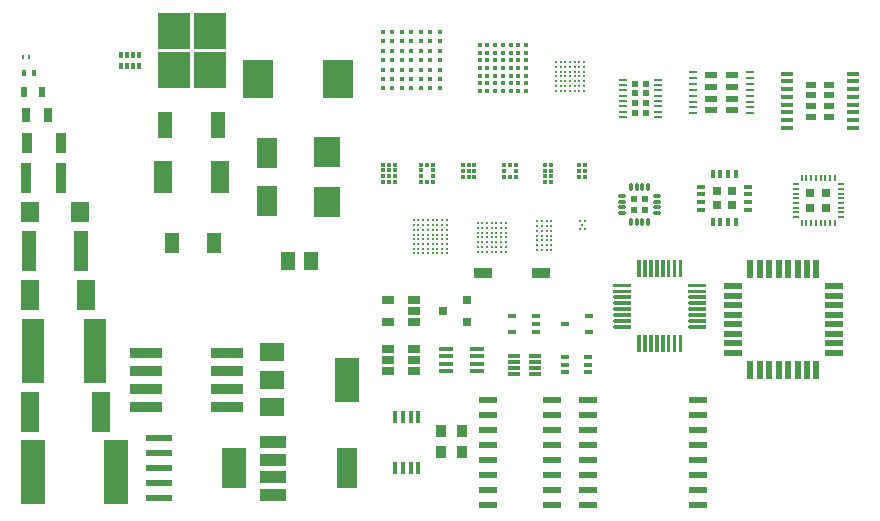
<source format=gbp>
G04 #@! TF.GenerationSoftware,KiCad,Pcbnew,(5.1.4)-1*
G04 #@! TF.CreationDate,2019-10-24T19:13:58-04:00*
G04 #@! TF.ProjectId,business card,62757369-6e65-4737-9320-636172642e6b,rev?*
G04 #@! TF.SameCoordinates,Original*
G04 #@! TF.FileFunction,Paste,Bot*
G04 #@! TF.FilePolarity,Positive*
%FSLAX46Y46*%
G04 Gerber Fmt 4.6, Leading zero omitted, Abs format (unit mm)*
G04 Created by KiCad (PCBNEW (5.1.4)-1) date 2019-10-24 19:13:58*
%MOMM*%
%LPD*%
G04 APERTURE LIST*
%ADD10R,1.580000X0.900000*%
%ADD11R,0.950000X1.050000*%
%ADD12R,0.400000X1.100000*%
%ADD13C,0.225000*%
%ADD14C,0.450000*%
%ADD15C,0.370000*%
%ADD16C,0.100000*%
%ADD17C,0.300000*%
%ADD18R,0.300000X0.300000*%
%ADD19C,0.165000*%
%ADD20R,0.250000X0.250000*%
%ADD21R,0.600000X0.200000*%
%ADD22R,0.200000X0.600000*%
%ADD23R,0.795000X0.795000*%
%ADD24O,0.750000X0.300000*%
%ADD25O,0.300000X0.750000*%
%ADD26R,0.540000X0.540000*%
%ADD27R,0.750000X0.750000*%
%ADD28R,0.350000X0.800000*%
%ADD29R,0.800000X0.350000*%
%ADD30R,2.200000X0.600000*%
%ADD31R,2.150000X3.450000*%
%ADD32R,2.800000X0.950000*%
%ADD33R,1.220000X0.400000*%
%ADD34R,1.000000X0.300000*%
%ADD35R,1.525000X2.650000*%
%ADD36R,1.575000X1.800000*%
%ADD37R,1.300000X3.400000*%
%ADD38R,1.975000X5.400000*%
%ADD39R,1.525000X3.350000*%
%ADD40R,2.100000X5.450000*%
%ADD41R,1.500000X2.700000*%
%ADD42R,1.500000X0.600000*%
%ADD43R,0.400000X0.600000*%
%ADD44R,0.500000X0.900000*%
%ADD45R,0.280000X0.430000*%
%ADD46R,0.700000X1.300000*%
%ADD47R,0.900000X1.700000*%
%ADD48R,0.900000X2.500000*%
%ADD49R,0.800100X0.800100*%
%ADD50R,1.060000X0.650000*%
%ADD51R,0.400000X0.500000*%
%ADD52R,0.300000X0.500000*%
%ADD53R,0.711200X0.457200*%
%ADD54R,0.660400X0.406400*%
%ADD55R,0.749300X0.398780*%
%ADD56R,1.800860X2.499360*%
%ADD57R,2.301240X2.499360*%
%ADD58R,0.550000X1.600000*%
%ADD59R,1.600000X0.550000*%
%ADD60R,1.050000X0.450000*%
%ADD61R,0.882000X0.537000*%
%ADD62R,1.300480X1.699260*%
%ADD63R,0.700000X0.250000*%
%ADD64R,1.038000X0.600000*%
%ADD65R,0.510000X0.495000*%
%ADD66R,2.000000X1.500000*%
%ADD67R,2.000000X3.800000*%
%ADD68R,2.200000X1.000000*%
%ADD69R,1.800000X3.400000*%
%ADD70R,1.200000X2.200000*%
%ADD71R,2.750000X3.050000*%
%ADD72R,1.200000X1.500000*%
%ADD73R,2.500000X3.300000*%
G04 APERTURE END LIST*
D10*
X99597400Y-73178800D03*
X94637400Y-73178800D03*
D11*
X91059000Y-88301800D03*
X91059000Y-86551800D03*
D12*
X87239200Y-89627600D03*
X87889200Y-89627600D03*
X88539200Y-89627600D03*
X89189200Y-89627600D03*
X89189200Y-85327600D03*
X88539200Y-85327600D03*
X87889200Y-85327600D03*
X87239200Y-85327600D03*
D13*
X103225500Y-55315000D03*
X103225500Y-55715000D03*
X103225500Y-56115000D03*
X103225500Y-56515000D03*
X103225500Y-56915000D03*
X103225500Y-57315000D03*
X103225500Y-57715000D03*
X102825500Y-55315000D03*
X102825500Y-55715000D03*
X102825500Y-56115000D03*
X102825500Y-56515000D03*
X102825500Y-56915000D03*
X102825500Y-57315000D03*
X102825500Y-57715000D03*
X102425500Y-55315000D03*
X102425500Y-55715000D03*
X102425500Y-56115000D03*
X102425500Y-56515000D03*
X102425500Y-56915000D03*
X102425500Y-57315000D03*
X102425500Y-57715000D03*
X102025500Y-55315000D03*
X102025500Y-55715000D03*
X102025500Y-56115000D03*
X102025500Y-56515000D03*
X102025500Y-56915000D03*
X102025500Y-57315000D03*
X102025500Y-57715000D03*
X101625500Y-55315000D03*
X101625500Y-55715000D03*
X101625500Y-56115000D03*
X101625500Y-56515000D03*
X101625500Y-56915000D03*
X101625500Y-57315000D03*
X101625500Y-57715000D03*
X101225500Y-55315000D03*
X101225500Y-55715000D03*
X101225500Y-56115000D03*
X101225500Y-56515000D03*
X101225500Y-56915000D03*
X101225500Y-57315000D03*
X101225500Y-57715000D03*
X100825500Y-55315000D03*
X100825500Y-55715000D03*
X100825500Y-56115000D03*
X100825500Y-56515000D03*
X100825500Y-56915000D03*
X100825500Y-57315000D03*
X100825500Y-57715000D03*
D14*
X86174320Y-57535640D03*
X86174320Y-56735640D03*
X86174320Y-55935640D03*
X86174320Y-55135640D03*
X86174320Y-54335640D03*
X86174320Y-53535640D03*
X86174320Y-52735640D03*
X86974320Y-57535640D03*
X86974320Y-56735640D03*
X86974320Y-55935640D03*
X86974320Y-55135640D03*
X86974320Y-54335640D03*
X86974320Y-53535640D03*
X86974320Y-52735640D03*
X87774320Y-57535640D03*
X87774320Y-56735640D03*
X87774320Y-55935640D03*
X87774320Y-55135640D03*
X87774320Y-54335640D03*
X87774320Y-53535640D03*
X87774320Y-52735640D03*
X88574320Y-57535640D03*
X88574320Y-56735640D03*
X88574320Y-55935640D03*
X88574320Y-55135640D03*
X88574320Y-54335640D03*
X88574320Y-53535640D03*
X88574320Y-52735640D03*
X89374320Y-57535640D03*
X89374320Y-56735640D03*
X89374320Y-55935640D03*
X89374320Y-55135640D03*
X89374320Y-54335640D03*
X89374320Y-53535640D03*
X89374320Y-52735640D03*
X90174320Y-57535640D03*
X90174320Y-56735640D03*
X90174320Y-55935640D03*
X90174320Y-55135640D03*
X90174320Y-54335640D03*
X90174320Y-53535640D03*
X90174320Y-52735640D03*
X90974320Y-57535640D03*
X90974320Y-56735640D03*
X90974320Y-55935640D03*
X90974320Y-55135640D03*
X90974320Y-54335640D03*
X90974320Y-53535640D03*
X90974320Y-52735640D03*
D15*
X98286180Y-53854200D03*
X98286180Y-54504200D03*
X98286180Y-55154200D03*
X98286180Y-55804200D03*
X98286180Y-56454200D03*
X98286180Y-57104200D03*
X98286180Y-57754200D03*
X97636180Y-53854200D03*
X97636180Y-54504200D03*
X97636180Y-55154200D03*
X97636180Y-55804200D03*
X97636180Y-56454200D03*
X97636180Y-57104200D03*
X97636180Y-57754200D03*
X96986180Y-53854200D03*
X96986180Y-54504200D03*
X96986180Y-55154200D03*
X96986180Y-55804200D03*
X96986180Y-56454200D03*
X96986180Y-57104200D03*
X96986180Y-57754200D03*
X96336180Y-53854200D03*
X96336180Y-54504200D03*
X96336180Y-55154200D03*
X96336180Y-55804200D03*
X96336180Y-56454200D03*
X96336180Y-57104200D03*
X96336180Y-57754200D03*
X95686180Y-53854200D03*
X95686180Y-54504200D03*
X95686180Y-55154200D03*
X95686180Y-55804200D03*
X95686180Y-56454200D03*
X95686180Y-57104200D03*
X95686180Y-57754200D03*
X95036180Y-53854200D03*
X95036180Y-54504200D03*
X95036180Y-55154200D03*
X95036180Y-55804200D03*
X95036180Y-56454200D03*
X95036180Y-57104200D03*
X95036180Y-57754200D03*
X94386180Y-53854200D03*
X94386180Y-54504200D03*
X94386180Y-55154200D03*
X94386180Y-55804200D03*
X94386180Y-56454200D03*
X94386180Y-57104200D03*
X94386180Y-57754200D03*
D16*
G36*
X107958751Y-78384161D02*
G01*
X107966032Y-78385241D01*
X107973171Y-78387029D01*
X107980101Y-78389509D01*
X107986755Y-78392656D01*
X107993068Y-78396440D01*
X107998979Y-78400824D01*
X108004433Y-78405767D01*
X108009376Y-78411221D01*
X108013760Y-78417132D01*
X108017544Y-78423445D01*
X108020691Y-78430099D01*
X108023171Y-78437029D01*
X108024959Y-78444168D01*
X108026039Y-78451449D01*
X108026400Y-78458800D01*
X108026400Y-79808800D01*
X108026039Y-79816151D01*
X108024959Y-79823432D01*
X108023171Y-79830571D01*
X108020691Y-79837501D01*
X108017544Y-79844155D01*
X108013760Y-79850468D01*
X108009376Y-79856379D01*
X108004433Y-79861833D01*
X107998979Y-79866776D01*
X107993068Y-79871160D01*
X107986755Y-79874944D01*
X107980101Y-79878091D01*
X107973171Y-79880571D01*
X107966032Y-79882359D01*
X107958751Y-79883439D01*
X107951400Y-79883800D01*
X107801400Y-79883800D01*
X107794049Y-79883439D01*
X107786768Y-79882359D01*
X107779629Y-79880571D01*
X107772699Y-79878091D01*
X107766045Y-79874944D01*
X107759732Y-79871160D01*
X107753821Y-79866776D01*
X107748367Y-79861833D01*
X107743424Y-79856379D01*
X107739040Y-79850468D01*
X107735256Y-79844155D01*
X107732109Y-79837501D01*
X107729629Y-79830571D01*
X107727841Y-79823432D01*
X107726761Y-79816151D01*
X107726400Y-79808800D01*
X107726400Y-78458800D01*
X107726761Y-78451449D01*
X107727841Y-78444168D01*
X107729629Y-78437029D01*
X107732109Y-78430099D01*
X107735256Y-78423445D01*
X107739040Y-78417132D01*
X107743424Y-78411221D01*
X107748367Y-78405767D01*
X107753821Y-78400824D01*
X107759732Y-78396440D01*
X107766045Y-78392656D01*
X107772699Y-78389509D01*
X107779629Y-78387029D01*
X107786768Y-78385241D01*
X107794049Y-78384161D01*
X107801400Y-78383800D01*
X107951400Y-78383800D01*
X107958751Y-78384161D01*
X107958751Y-78384161D01*
G37*
D17*
X107876400Y-79133800D03*
D16*
G36*
X108458751Y-78384161D02*
G01*
X108466032Y-78385241D01*
X108473171Y-78387029D01*
X108480101Y-78389509D01*
X108486755Y-78392656D01*
X108493068Y-78396440D01*
X108498979Y-78400824D01*
X108504433Y-78405767D01*
X108509376Y-78411221D01*
X108513760Y-78417132D01*
X108517544Y-78423445D01*
X108520691Y-78430099D01*
X108523171Y-78437029D01*
X108524959Y-78444168D01*
X108526039Y-78451449D01*
X108526400Y-78458800D01*
X108526400Y-79808800D01*
X108526039Y-79816151D01*
X108524959Y-79823432D01*
X108523171Y-79830571D01*
X108520691Y-79837501D01*
X108517544Y-79844155D01*
X108513760Y-79850468D01*
X108509376Y-79856379D01*
X108504433Y-79861833D01*
X108498979Y-79866776D01*
X108493068Y-79871160D01*
X108486755Y-79874944D01*
X108480101Y-79878091D01*
X108473171Y-79880571D01*
X108466032Y-79882359D01*
X108458751Y-79883439D01*
X108451400Y-79883800D01*
X108301400Y-79883800D01*
X108294049Y-79883439D01*
X108286768Y-79882359D01*
X108279629Y-79880571D01*
X108272699Y-79878091D01*
X108266045Y-79874944D01*
X108259732Y-79871160D01*
X108253821Y-79866776D01*
X108248367Y-79861833D01*
X108243424Y-79856379D01*
X108239040Y-79850468D01*
X108235256Y-79844155D01*
X108232109Y-79837501D01*
X108229629Y-79830571D01*
X108227841Y-79823432D01*
X108226761Y-79816151D01*
X108226400Y-79808800D01*
X108226400Y-78458800D01*
X108226761Y-78451449D01*
X108227841Y-78444168D01*
X108229629Y-78437029D01*
X108232109Y-78430099D01*
X108235256Y-78423445D01*
X108239040Y-78417132D01*
X108243424Y-78411221D01*
X108248367Y-78405767D01*
X108253821Y-78400824D01*
X108259732Y-78396440D01*
X108266045Y-78392656D01*
X108272699Y-78389509D01*
X108279629Y-78387029D01*
X108286768Y-78385241D01*
X108294049Y-78384161D01*
X108301400Y-78383800D01*
X108451400Y-78383800D01*
X108458751Y-78384161D01*
X108458751Y-78384161D01*
G37*
D17*
X108376400Y-79133800D03*
D16*
G36*
X108958751Y-78384161D02*
G01*
X108966032Y-78385241D01*
X108973171Y-78387029D01*
X108980101Y-78389509D01*
X108986755Y-78392656D01*
X108993068Y-78396440D01*
X108998979Y-78400824D01*
X109004433Y-78405767D01*
X109009376Y-78411221D01*
X109013760Y-78417132D01*
X109017544Y-78423445D01*
X109020691Y-78430099D01*
X109023171Y-78437029D01*
X109024959Y-78444168D01*
X109026039Y-78451449D01*
X109026400Y-78458800D01*
X109026400Y-79808800D01*
X109026039Y-79816151D01*
X109024959Y-79823432D01*
X109023171Y-79830571D01*
X109020691Y-79837501D01*
X109017544Y-79844155D01*
X109013760Y-79850468D01*
X109009376Y-79856379D01*
X109004433Y-79861833D01*
X108998979Y-79866776D01*
X108993068Y-79871160D01*
X108986755Y-79874944D01*
X108980101Y-79878091D01*
X108973171Y-79880571D01*
X108966032Y-79882359D01*
X108958751Y-79883439D01*
X108951400Y-79883800D01*
X108801400Y-79883800D01*
X108794049Y-79883439D01*
X108786768Y-79882359D01*
X108779629Y-79880571D01*
X108772699Y-79878091D01*
X108766045Y-79874944D01*
X108759732Y-79871160D01*
X108753821Y-79866776D01*
X108748367Y-79861833D01*
X108743424Y-79856379D01*
X108739040Y-79850468D01*
X108735256Y-79844155D01*
X108732109Y-79837501D01*
X108729629Y-79830571D01*
X108727841Y-79823432D01*
X108726761Y-79816151D01*
X108726400Y-79808800D01*
X108726400Y-78458800D01*
X108726761Y-78451449D01*
X108727841Y-78444168D01*
X108729629Y-78437029D01*
X108732109Y-78430099D01*
X108735256Y-78423445D01*
X108739040Y-78417132D01*
X108743424Y-78411221D01*
X108748367Y-78405767D01*
X108753821Y-78400824D01*
X108759732Y-78396440D01*
X108766045Y-78392656D01*
X108772699Y-78389509D01*
X108779629Y-78387029D01*
X108786768Y-78385241D01*
X108794049Y-78384161D01*
X108801400Y-78383800D01*
X108951400Y-78383800D01*
X108958751Y-78384161D01*
X108958751Y-78384161D01*
G37*
D17*
X108876400Y-79133800D03*
D16*
G36*
X109458751Y-78384161D02*
G01*
X109466032Y-78385241D01*
X109473171Y-78387029D01*
X109480101Y-78389509D01*
X109486755Y-78392656D01*
X109493068Y-78396440D01*
X109498979Y-78400824D01*
X109504433Y-78405767D01*
X109509376Y-78411221D01*
X109513760Y-78417132D01*
X109517544Y-78423445D01*
X109520691Y-78430099D01*
X109523171Y-78437029D01*
X109524959Y-78444168D01*
X109526039Y-78451449D01*
X109526400Y-78458800D01*
X109526400Y-79808800D01*
X109526039Y-79816151D01*
X109524959Y-79823432D01*
X109523171Y-79830571D01*
X109520691Y-79837501D01*
X109517544Y-79844155D01*
X109513760Y-79850468D01*
X109509376Y-79856379D01*
X109504433Y-79861833D01*
X109498979Y-79866776D01*
X109493068Y-79871160D01*
X109486755Y-79874944D01*
X109480101Y-79878091D01*
X109473171Y-79880571D01*
X109466032Y-79882359D01*
X109458751Y-79883439D01*
X109451400Y-79883800D01*
X109301400Y-79883800D01*
X109294049Y-79883439D01*
X109286768Y-79882359D01*
X109279629Y-79880571D01*
X109272699Y-79878091D01*
X109266045Y-79874944D01*
X109259732Y-79871160D01*
X109253821Y-79866776D01*
X109248367Y-79861833D01*
X109243424Y-79856379D01*
X109239040Y-79850468D01*
X109235256Y-79844155D01*
X109232109Y-79837501D01*
X109229629Y-79830571D01*
X109227841Y-79823432D01*
X109226761Y-79816151D01*
X109226400Y-79808800D01*
X109226400Y-78458800D01*
X109226761Y-78451449D01*
X109227841Y-78444168D01*
X109229629Y-78437029D01*
X109232109Y-78430099D01*
X109235256Y-78423445D01*
X109239040Y-78417132D01*
X109243424Y-78411221D01*
X109248367Y-78405767D01*
X109253821Y-78400824D01*
X109259732Y-78396440D01*
X109266045Y-78392656D01*
X109272699Y-78389509D01*
X109279629Y-78387029D01*
X109286768Y-78385241D01*
X109294049Y-78384161D01*
X109301400Y-78383800D01*
X109451400Y-78383800D01*
X109458751Y-78384161D01*
X109458751Y-78384161D01*
G37*
D17*
X109376400Y-79133800D03*
D16*
G36*
X109958751Y-78384161D02*
G01*
X109966032Y-78385241D01*
X109973171Y-78387029D01*
X109980101Y-78389509D01*
X109986755Y-78392656D01*
X109993068Y-78396440D01*
X109998979Y-78400824D01*
X110004433Y-78405767D01*
X110009376Y-78411221D01*
X110013760Y-78417132D01*
X110017544Y-78423445D01*
X110020691Y-78430099D01*
X110023171Y-78437029D01*
X110024959Y-78444168D01*
X110026039Y-78451449D01*
X110026400Y-78458800D01*
X110026400Y-79808800D01*
X110026039Y-79816151D01*
X110024959Y-79823432D01*
X110023171Y-79830571D01*
X110020691Y-79837501D01*
X110017544Y-79844155D01*
X110013760Y-79850468D01*
X110009376Y-79856379D01*
X110004433Y-79861833D01*
X109998979Y-79866776D01*
X109993068Y-79871160D01*
X109986755Y-79874944D01*
X109980101Y-79878091D01*
X109973171Y-79880571D01*
X109966032Y-79882359D01*
X109958751Y-79883439D01*
X109951400Y-79883800D01*
X109801400Y-79883800D01*
X109794049Y-79883439D01*
X109786768Y-79882359D01*
X109779629Y-79880571D01*
X109772699Y-79878091D01*
X109766045Y-79874944D01*
X109759732Y-79871160D01*
X109753821Y-79866776D01*
X109748367Y-79861833D01*
X109743424Y-79856379D01*
X109739040Y-79850468D01*
X109735256Y-79844155D01*
X109732109Y-79837501D01*
X109729629Y-79830571D01*
X109727841Y-79823432D01*
X109726761Y-79816151D01*
X109726400Y-79808800D01*
X109726400Y-78458800D01*
X109726761Y-78451449D01*
X109727841Y-78444168D01*
X109729629Y-78437029D01*
X109732109Y-78430099D01*
X109735256Y-78423445D01*
X109739040Y-78417132D01*
X109743424Y-78411221D01*
X109748367Y-78405767D01*
X109753821Y-78400824D01*
X109759732Y-78396440D01*
X109766045Y-78392656D01*
X109772699Y-78389509D01*
X109779629Y-78387029D01*
X109786768Y-78385241D01*
X109794049Y-78384161D01*
X109801400Y-78383800D01*
X109951400Y-78383800D01*
X109958751Y-78384161D01*
X109958751Y-78384161D01*
G37*
D17*
X109876400Y-79133800D03*
D16*
G36*
X110458751Y-78384161D02*
G01*
X110466032Y-78385241D01*
X110473171Y-78387029D01*
X110480101Y-78389509D01*
X110486755Y-78392656D01*
X110493068Y-78396440D01*
X110498979Y-78400824D01*
X110504433Y-78405767D01*
X110509376Y-78411221D01*
X110513760Y-78417132D01*
X110517544Y-78423445D01*
X110520691Y-78430099D01*
X110523171Y-78437029D01*
X110524959Y-78444168D01*
X110526039Y-78451449D01*
X110526400Y-78458800D01*
X110526400Y-79808800D01*
X110526039Y-79816151D01*
X110524959Y-79823432D01*
X110523171Y-79830571D01*
X110520691Y-79837501D01*
X110517544Y-79844155D01*
X110513760Y-79850468D01*
X110509376Y-79856379D01*
X110504433Y-79861833D01*
X110498979Y-79866776D01*
X110493068Y-79871160D01*
X110486755Y-79874944D01*
X110480101Y-79878091D01*
X110473171Y-79880571D01*
X110466032Y-79882359D01*
X110458751Y-79883439D01*
X110451400Y-79883800D01*
X110301400Y-79883800D01*
X110294049Y-79883439D01*
X110286768Y-79882359D01*
X110279629Y-79880571D01*
X110272699Y-79878091D01*
X110266045Y-79874944D01*
X110259732Y-79871160D01*
X110253821Y-79866776D01*
X110248367Y-79861833D01*
X110243424Y-79856379D01*
X110239040Y-79850468D01*
X110235256Y-79844155D01*
X110232109Y-79837501D01*
X110229629Y-79830571D01*
X110227841Y-79823432D01*
X110226761Y-79816151D01*
X110226400Y-79808800D01*
X110226400Y-78458800D01*
X110226761Y-78451449D01*
X110227841Y-78444168D01*
X110229629Y-78437029D01*
X110232109Y-78430099D01*
X110235256Y-78423445D01*
X110239040Y-78417132D01*
X110243424Y-78411221D01*
X110248367Y-78405767D01*
X110253821Y-78400824D01*
X110259732Y-78396440D01*
X110266045Y-78392656D01*
X110272699Y-78389509D01*
X110279629Y-78387029D01*
X110286768Y-78385241D01*
X110294049Y-78384161D01*
X110301400Y-78383800D01*
X110451400Y-78383800D01*
X110458751Y-78384161D01*
X110458751Y-78384161D01*
G37*
D17*
X110376400Y-79133800D03*
D16*
G36*
X110958751Y-78384161D02*
G01*
X110966032Y-78385241D01*
X110973171Y-78387029D01*
X110980101Y-78389509D01*
X110986755Y-78392656D01*
X110993068Y-78396440D01*
X110998979Y-78400824D01*
X111004433Y-78405767D01*
X111009376Y-78411221D01*
X111013760Y-78417132D01*
X111017544Y-78423445D01*
X111020691Y-78430099D01*
X111023171Y-78437029D01*
X111024959Y-78444168D01*
X111026039Y-78451449D01*
X111026400Y-78458800D01*
X111026400Y-79808800D01*
X111026039Y-79816151D01*
X111024959Y-79823432D01*
X111023171Y-79830571D01*
X111020691Y-79837501D01*
X111017544Y-79844155D01*
X111013760Y-79850468D01*
X111009376Y-79856379D01*
X111004433Y-79861833D01*
X110998979Y-79866776D01*
X110993068Y-79871160D01*
X110986755Y-79874944D01*
X110980101Y-79878091D01*
X110973171Y-79880571D01*
X110966032Y-79882359D01*
X110958751Y-79883439D01*
X110951400Y-79883800D01*
X110801400Y-79883800D01*
X110794049Y-79883439D01*
X110786768Y-79882359D01*
X110779629Y-79880571D01*
X110772699Y-79878091D01*
X110766045Y-79874944D01*
X110759732Y-79871160D01*
X110753821Y-79866776D01*
X110748367Y-79861833D01*
X110743424Y-79856379D01*
X110739040Y-79850468D01*
X110735256Y-79844155D01*
X110732109Y-79837501D01*
X110729629Y-79830571D01*
X110727841Y-79823432D01*
X110726761Y-79816151D01*
X110726400Y-79808800D01*
X110726400Y-78458800D01*
X110726761Y-78451449D01*
X110727841Y-78444168D01*
X110729629Y-78437029D01*
X110732109Y-78430099D01*
X110735256Y-78423445D01*
X110739040Y-78417132D01*
X110743424Y-78411221D01*
X110748367Y-78405767D01*
X110753821Y-78400824D01*
X110759732Y-78396440D01*
X110766045Y-78392656D01*
X110772699Y-78389509D01*
X110779629Y-78387029D01*
X110786768Y-78385241D01*
X110794049Y-78384161D01*
X110801400Y-78383800D01*
X110951400Y-78383800D01*
X110958751Y-78384161D01*
X110958751Y-78384161D01*
G37*
D17*
X110876400Y-79133800D03*
D16*
G36*
X111458751Y-78384161D02*
G01*
X111466032Y-78385241D01*
X111473171Y-78387029D01*
X111480101Y-78389509D01*
X111486755Y-78392656D01*
X111493068Y-78396440D01*
X111498979Y-78400824D01*
X111504433Y-78405767D01*
X111509376Y-78411221D01*
X111513760Y-78417132D01*
X111517544Y-78423445D01*
X111520691Y-78430099D01*
X111523171Y-78437029D01*
X111524959Y-78444168D01*
X111526039Y-78451449D01*
X111526400Y-78458800D01*
X111526400Y-79808800D01*
X111526039Y-79816151D01*
X111524959Y-79823432D01*
X111523171Y-79830571D01*
X111520691Y-79837501D01*
X111517544Y-79844155D01*
X111513760Y-79850468D01*
X111509376Y-79856379D01*
X111504433Y-79861833D01*
X111498979Y-79866776D01*
X111493068Y-79871160D01*
X111486755Y-79874944D01*
X111480101Y-79878091D01*
X111473171Y-79880571D01*
X111466032Y-79882359D01*
X111458751Y-79883439D01*
X111451400Y-79883800D01*
X111301400Y-79883800D01*
X111294049Y-79883439D01*
X111286768Y-79882359D01*
X111279629Y-79880571D01*
X111272699Y-79878091D01*
X111266045Y-79874944D01*
X111259732Y-79871160D01*
X111253821Y-79866776D01*
X111248367Y-79861833D01*
X111243424Y-79856379D01*
X111239040Y-79850468D01*
X111235256Y-79844155D01*
X111232109Y-79837501D01*
X111229629Y-79830571D01*
X111227841Y-79823432D01*
X111226761Y-79816151D01*
X111226400Y-79808800D01*
X111226400Y-78458800D01*
X111226761Y-78451449D01*
X111227841Y-78444168D01*
X111229629Y-78437029D01*
X111232109Y-78430099D01*
X111235256Y-78423445D01*
X111239040Y-78417132D01*
X111243424Y-78411221D01*
X111248367Y-78405767D01*
X111253821Y-78400824D01*
X111259732Y-78396440D01*
X111266045Y-78392656D01*
X111272699Y-78389509D01*
X111279629Y-78387029D01*
X111286768Y-78385241D01*
X111294049Y-78384161D01*
X111301400Y-78383800D01*
X111451400Y-78383800D01*
X111458751Y-78384161D01*
X111458751Y-78384161D01*
G37*
D17*
X111376400Y-79133800D03*
D16*
G36*
X113483751Y-77559161D02*
G01*
X113491032Y-77560241D01*
X113498171Y-77562029D01*
X113505101Y-77564509D01*
X113511755Y-77567656D01*
X113518068Y-77571440D01*
X113523979Y-77575824D01*
X113529433Y-77580767D01*
X113534376Y-77586221D01*
X113538760Y-77592132D01*
X113542544Y-77598445D01*
X113545691Y-77605099D01*
X113548171Y-77612029D01*
X113549959Y-77619168D01*
X113551039Y-77626449D01*
X113551400Y-77633800D01*
X113551400Y-77783800D01*
X113551039Y-77791151D01*
X113549959Y-77798432D01*
X113548171Y-77805571D01*
X113545691Y-77812501D01*
X113542544Y-77819155D01*
X113538760Y-77825468D01*
X113534376Y-77831379D01*
X113529433Y-77836833D01*
X113523979Y-77841776D01*
X113518068Y-77846160D01*
X113511755Y-77849944D01*
X113505101Y-77853091D01*
X113498171Y-77855571D01*
X113491032Y-77857359D01*
X113483751Y-77858439D01*
X113476400Y-77858800D01*
X112126400Y-77858800D01*
X112119049Y-77858439D01*
X112111768Y-77857359D01*
X112104629Y-77855571D01*
X112097699Y-77853091D01*
X112091045Y-77849944D01*
X112084732Y-77846160D01*
X112078821Y-77841776D01*
X112073367Y-77836833D01*
X112068424Y-77831379D01*
X112064040Y-77825468D01*
X112060256Y-77819155D01*
X112057109Y-77812501D01*
X112054629Y-77805571D01*
X112052841Y-77798432D01*
X112051761Y-77791151D01*
X112051400Y-77783800D01*
X112051400Y-77633800D01*
X112051761Y-77626449D01*
X112052841Y-77619168D01*
X112054629Y-77612029D01*
X112057109Y-77605099D01*
X112060256Y-77598445D01*
X112064040Y-77592132D01*
X112068424Y-77586221D01*
X112073367Y-77580767D01*
X112078821Y-77575824D01*
X112084732Y-77571440D01*
X112091045Y-77567656D01*
X112097699Y-77564509D01*
X112104629Y-77562029D01*
X112111768Y-77560241D01*
X112119049Y-77559161D01*
X112126400Y-77558800D01*
X113476400Y-77558800D01*
X113483751Y-77559161D01*
X113483751Y-77559161D01*
G37*
D17*
X112801400Y-77708800D03*
D16*
G36*
X113483751Y-77059161D02*
G01*
X113491032Y-77060241D01*
X113498171Y-77062029D01*
X113505101Y-77064509D01*
X113511755Y-77067656D01*
X113518068Y-77071440D01*
X113523979Y-77075824D01*
X113529433Y-77080767D01*
X113534376Y-77086221D01*
X113538760Y-77092132D01*
X113542544Y-77098445D01*
X113545691Y-77105099D01*
X113548171Y-77112029D01*
X113549959Y-77119168D01*
X113551039Y-77126449D01*
X113551400Y-77133800D01*
X113551400Y-77283800D01*
X113551039Y-77291151D01*
X113549959Y-77298432D01*
X113548171Y-77305571D01*
X113545691Y-77312501D01*
X113542544Y-77319155D01*
X113538760Y-77325468D01*
X113534376Y-77331379D01*
X113529433Y-77336833D01*
X113523979Y-77341776D01*
X113518068Y-77346160D01*
X113511755Y-77349944D01*
X113505101Y-77353091D01*
X113498171Y-77355571D01*
X113491032Y-77357359D01*
X113483751Y-77358439D01*
X113476400Y-77358800D01*
X112126400Y-77358800D01*
X112119049Y-77358439D01*
X112111768Y-77357359D01*
X112104629Y-77355571D01*
X112097699Y-77353091D01*
X112091045Y-77349944D01*
X112084732Y-77346160D01*
X112078821Y-77341776D01*
X112073367Y-77336833D01*
X112068424Y-77331379D01*
X112064040Y-77325468D01*
X112060256Y-77319155D01*
X112057109Y-77312501D01*
X112054629Y-77305571D01*
X112052841Y-77298432D01*
X112051761Y-77291151D01*
X112051400Y-77283800D01*
X112051400Y-77133800D01*
X112051761Y-77126449D01*
X112052841Y-77119168D01*
X112054629Y-77112029D01*
X112057109Y-77105099D01*
X112060256Y-77098445D01*
X112064040Y-77092132D01*
X112068424Y-77086221D01*
X112073367Y-77080767D01*
X112078821Y-77075824D01*
X112084732Y-77071440D01*
X112091045Y-77067656D01*
X112097699Y-77064509D01*
X112104629Y-77062029D01*
X112111768Y-77060241D01*
X112119049Y-77059161D01*
X112126400Y-77058800D01*
X113476400Y-77058800D01*
X113483751Y-77059161D01*
X113483751Y-77059161D01*
G37*
D17*
X112801400Y-77208800D03*
D16*
G36*
X113483751Y-76559161D02*
G01*
X113491032Y-76560241D01*
X113498171Y-76562029D01*
X113505101Y-76564509D01*
X113511755Y-76567656D01*
X113518068Y-76571440D01*
X113523979Y-76575824D01*
X113529433Y-76580767D01*
X113534376Y-76586221D01*
X113538760Y-76592132D01*
X113542544Y-76598445D01*
X113545691Y-76605099D01*
X113548171Y-76612029D01*
X113549959Y-76619168D01*
X113551039Y-76626449D01*
X113551400Y-76633800D01*
X113551400Y-76783800D01*
X113551039Y-76791151D01*
X113549959Y-76798432D01*
X113548171Y-76805571D01*
X113545691Y-76812501D01*
X113542544Y-76819155D01*
X113538760Y-76825468D01*
X113534376Y-76831379D01*
X113529433Y-76836833D01*
X113523979Y-76841776D01*
X113518068Y-76846160D01*
X113511755Y-76849944D01*
X113505101Y-76853091D01*
X113498171Y-76855571D01*
X113491032Y-76857359D01*
X113483751Y-76858439D01*
X113476400Y-76858800D01*
X112126400Y-76858800D01*
X112119049Y-76858439D01*
X112111768Y-76857359D01*
X112104629Y-76855571D01*
X112097699Y-76853091D01*
X112091045Y-76849944D01*
X112084732Y-76846160D01*
X112078821Y-76841776D01*
X112073367Y-76836833D01*
X112068424Y-76831379D01*
X112064040Y-76825468D01*
X112060256Y-76819155D01*
X112057109Y-76812501D01*
X112054629Y-76805571D01*
X112052841Y-76798432D01*
X112051761Y-76791151D01*
X112051400Y-76783800D01*
X112051400Y-76633800D01*
X112051761Y-76626449D01*
X112052841Y-76619168D01*
X112054629Y-76612029D01*
X112057109Y-76605099D01*
X112060256Y-76598445D01*
X112064040Y-76592132D01*
X112068424Y-76586221D01*
X112073367Y-76580767D01*
X112078821Y-76575824D01*
X112084732Y-76571440D01*
X112091045Y-76567656D01*
X112097699Y-76564509D01*
X112104629Y-76562029D01*
X112111768Y-76560241D01*
X112119049Y-76559161D01*
X112126400Y-76558800D01*
X113476400Y-76558800D01*
X113483751Y-76559161D01*
X113483751Y-76559161D01*
G37*
D17*
X112801400Y-76708800D03*
D16*
G36*
X113483751Y-76059161D02*
G01*
X113491032Y-76060241D01*
X113498171Y-76062029D01*
X113505101Y-76064509D01*
X113511755Y-76067656D01*
X113518068Y-76071440D01*
X113523979Y-76075824D01*
X113529433Y-76080767D01*
X113534376Y-76086221D01*
X113538760Y-76092132D01*
X113542544Y-76098445D01*
X113545691Y-76105099D01*
X113548171Y-76112029D01*
X113549959Y-76119168D01*
X113551039Y-76126449D01*
X113551400Y-76133800D01*
X113551400Y-76283800D01*
X113551039Y-76291151D01*
X113549959Y-76298432D01*
X113548171Y-76305571D01*
X113545691Y-76312501D01*
X113542544Y-76319155D01*
X113538760Y-76325468D01*
X113534376Y-76331379D01*
X113529433Y-76336833D01*
X113523979Y-76341776D01*
X113518068Y-76346160D01*
X113511755Y-76349944D01*
X113505101Y-76353091D01*
X113498171Y-76355571D01*
X113491032Y-76357359D01*
X113483751Y-76358439D01*
X113476400Y-76358800D01*
X112126400Y-76358800D01*
X112119049Y-76358439D01*
X112111768Y-76357359D01*
X112104629Y-76355571D01*
X112097699Y-76353091D01*
X112091045Y-76349944D01*
X112084732Y-76346160D01*
X112078821Y-76341776D01*
X112073367Y-76336833D01*
X112068424Y-76331379D01*
X112064040Y-76325468D01*
X112060256Y-76319155D01*
X112057109Y-76312501D01*
X112054629Y-76305571D01*
X112052841Y-76298432D01*
X112051761Y-76291151D01*
X112051400Y-76283800D01*
X112051400Y-76133800D01*
X112051761Y-76126449D01*
X112052841Y-76119168D01*
X112054629Y-76112029D01*
X112057109Y-76105099D01*
X112060256Y-76098445D01*
X112064040Y-76092132D01*
X112068424Y-76086221D01*
X112073367Y-76080767D01*
X112078821Y-76075824D01*
X112084732Y-76071440D01*
X112091045Y-76067656D01*
X112097699Y-76064509D01*
X112104629Y-76062029D01*
X112111768Y-76060241D01*
X112119049Y-76059161D01*
X112126400Y-76058800D01*
X113476400Y-76058800D01*
X113483751Y-76059161D01*
X113483751Y-76059161D01*
G37*
D17*
X112801400Y-76208800D03*
D16*
G36*
X113483751Y-75559161D02*
G01*
X113491032Y-75560241D01*
X113498171Y-75562029D01*
X113505101Y-75564509D01*
X113511755Y-75567656D01*
X113518068Y-75571440D01*
X113523979Y-75575824D01*
X113529433Y-75580767D01*
X113534376Y-75586221D01*
X113538760Y-75592132D01*
X113542544Y-75598445D01*
X113545691Y-75605099D01*
X113548171Y-75612029D01*
X113549959Y-75619168D01*
X113551039Y-75626449D01*
X113551400Y-75633800D01*
X113551400Y-75783800D01*
X113551039Y-75791151D01*
X113549959Y-75798432D01*
X113548171Y-75805571D01*
X113545691Y-75812501D01*
X113542544Y-75819155D01*
X113538760Y-75825468D01*
X113534376Y-75831379D01*
X113529433Y-75836833D01*
X113523979Y-75841776D01*
X113518068Y-75846160D01*
X113511755Y-75849944D01*
X113505101Y-75853091D01*
X113498171Y-75855571D01*
X113491032Y-75857359D01*
X113483751Y-75858439D01*
X113476400Y-75858800D01*
X112126400Y-75858800D01*
X112119049Y-75858439D01*
X112111768Y-75857359D01*
X112104629Y-75855571D01*
X112097699Y-75853091D01*
X112091045Y-75849944D01*
X112084732Y-75846160D01*
X112078821Y-75841776D01*
X112073367Y-75836833D01*
X112068424Y-75831379D01*
X112064040Y-75825468D01*
X112060256Y-75819155D01*
X112057109Y-75812501D01*
X112054629Y-75805571D01*
X112052841Y-75798432D01*
X112051761Y-75791151D01*
X112051400Y-75783800D01*
X112051400Y-75633800D01*
X112051761Y-75626449D01*
X112052841Y-75619168D01*
X112054629Y-75612029D01*
X112057109Y-75605099D01*
X112060256Y-75598445D01*
X112064040Y-75592132D01*
X112068424Y-75586221D01*
X112073367Y-75580767D01*
X112078821Y-75575824D01*
X112084732Y-75571440D01*
X112091045Y-75567656D01*
X112097699Y-75564509D01*
X112104629Y-75562029D01*
X112111768Y-75560241D01*
X112119049Y-75559161D01*
X112126400Y-75558800D01*
X113476400Y-75558800D01*
X113483751Y-75559161D01*
X113483751Y-75559161D01*
G37*
D17*
X112801400Y-75708800D03*
D16*
G36*
X113483751Y-75059161D02*
G01*
X113491032Y-75060241D01*
X113498171Y-75062029D01*
X113505101Y-75064509D01*
X113511755Y-75067656D01*
X113518068Y-75071440D01*
X113523979Y-75075824D01*
X113529433Y-75080767D01*
X113534376Y-75086221D01*
X113538760Y-75092132D01*
X113542544Y-75098445D01*
X113545691Y-75105099D01*
X113548171Y-75112029D01*
X113549959Y-75119168D01*
X113551039Y-75126449D01*
X113551400Y-75133800D01*
X113551400Y-75283800D01*
X113551039Y-75291151D01*
X113549959Y-75298432D01*
X113548171Y-75305571D01*
X113545691Y-75312501D01*
X113542544Y-75319155D01*
X113538760Y-75325468D01*
X113534376Y-75331379D01*
X113529433Y-75336833D01*
X113523979Y-75341776D01*
X113518068Y-75346160D01*
X113511755Y-75349944D01*
X113505101Y-75353091D01*
X113498171Y-75355571D01*
X113491032Y-75357359D01*
X113483751Y-75358439D01*
X113476400Y-75358800D01*
X112126400Y-75358800D01*
X112119049Y-75358439D01*
X112111768Y-75357359D01*
X112104629Y-75355571D01*
X112097699Y-75353091D01*
X112091045Y-75349944D01*
X112084732Y-75346160D01*
X112078821Y-75341776D01*
X112073367Y-75336833D01*
X112068424Y-75331379D01*
X112064040Y-75325468D01*
X112060256Y-75319155D01*
X112057109Y-75312501D01*
X112054629Y-75305571D01*
X112052841Y-75298432D01*
X112051761Y-75291151D01*
X112051400Y-75283800D01*
X112051400Y-75133800D01*
X112051761Y-75126449D01*
X112052841Y-75119168D01*
X112054629Y-75112029D01*
X112057109Y-75105099D01*
X112060256Y-75098445D01*
X112064040Y-75092132D01*
X112068424Y-75086221D01*
X112073367Y-75080767D01*
X112078821Y-75075824D01*
X112084732Y-75071440D01*
X112091045Y-75067656D01*
X112097699Y-75064509D01*
X112104629Y-75062029D01*
X112111768Y-75060241D01*
X112119049Y-75059161D01*
X112126400Y-75058800D01*
X113476400Y-75058800D01*
X113483751Y-75059161D01*
X113483751Y-75059161D01*
G37*
D17*
X112801400Y-75208800D03*
D16*
G36*
X113483751Y-74559161D02*
G01*
X113491032Y-74560241D01*
X113498171Y-74562029D01*
X113505101Y-74564509D01*
X113511755Y-74567656D01*
X113518068Y-74571440D01*
X113523979Y-74575824D01*
X113529433Y-74580767D01*
X113534376Y-74586221D01*
X113538760Y-74592132D01*
X113542544Y-74598445D01*
X113545691Y-74605099D01*
X113548171Y-74612029D01*
X113549959Y-74619168D01*
X113551039Y-74626449D01*
X113551400Y-74633800D01*
X113551400Y-74783800D01*
X113551039Y-74791151D01*
X113549959Y-74798432D01*
X113548171Y-74805571D01*
X113545691Y-74812501D01*
X113542544Y-74819155D01*
X113538760Y-74825468D01*
X113534376Y-74831379D01*
X113529433Y-74836833D01*
X113523979Y-74841776D01*
X113518068Y-74846160D01*
X113511755Y-74849944D01*
X113505101Y-74853091D01*
X113498171Y-74855571D01*
X113491032Y-74857359D01*
X113483751Y-74858439D01*
X113476400Y-74858800D01*
X112126400Y-74858800D01*
X112119049Y-74858439D01*
X112111768Y-74857359D01*
X112104629Y-74855571D01*
X112097699Y-74853091D01*
X112091045Y-74849944D01*
X112084732Y-74846160D01*
X112078821Y-74841776D01*
X112073367Y-74836833D01*
X112068424Y-74831379D01*
X112064040Y-74825468D01*
X112060256Y-74819155D01*
X112057109Y-74812501D01*
X112054629Y-74805571D01*
X112052841Y-74798432D01*
X112051761Y-74791151D01*
X112051400Y-74783800D01*
X112051400Y-74633800D01*
X112051761Y-74626449D01*
X112052841Y-74619168D01*
X112054629Y-74612029D01*
X112057109Y-74605099D01*
X112060256Y-74598445D01*
X112064040Y-74592132D01*
X112068424Y-74586221D01*
X112073367Y-74580767D01*
X112078821Y-74575824D01*
X112084732Y-74571440D01*
X112091045Y-74567656D01*
X112097699Y-74564509D01*
X112104629Y-74562029D01*
X112111768Y-74560241D01*
X112119049Y-74559161D01*
X112126400Y-74558800D01*
X113476400Y-74558800D01*
X113483751Y-74559161D01*
X113483751Y-74559161D01*
G37*
D17*
X112801400Y-74708800D03*
D16*
G36*
X113483751Y-74059161D02*
G01*
X113491032Y-74060241D01*
X113498171Y-74062029D01*
X113505101Y-74064509D01*
X113511755Y-74067656D01*
X113518068Y-74071440D01*
X113523979Y-74075824D01*
X113529433Y-74080767D01*
X113534376Y-74086221D01*
X113538760Y-74092132D01*
X113542544Y-74098445D01*
X113545691Y-74105099D01*
X113548171Y-74112029D01*
X113549959Y-74119168D01*
X113551039Y-74126449D01*
X113551400Y-74133800D01*
X113551400Y-74283800D01*
X113551039Y-74291151D01*
X113549959Y-74298432D01*
X113548171Y-74305571D01*
X113545691Y-74312501D01*
X113542544Y-74319155D01*
X113538760Y-74325468D01*
X113534376Y-74331379D01*
X113529433Y-74336833D01*
X113523979Y-74341776D01*
X113518068Y-74346160D01*
X113511755Y-74349944D01*
X113505101Y-74353091D01*
X113498171Y-74355571D01*
X113491032Y-74357359D01*
X113483751Y-74358439D01*
X113476400Y-74358800D01*
X112126400Y-74358800D01*
X112119049Y-74358439D01*
X112111768Y-74357359D01*
X112104629Y-74355571D01*
X112097699Y-74353091D01*
X112091045Y-74349944D01*
X112084732Y-74346160D01*
X112078821Y-74341776D01*
X112073367Y-74336833D01*
X112068424Y-74331379D01*
X112064040Y-74325468D01*
X112060256Y-74319155D01*
X112057109Y-74312501D01*
X112054629Y-74305571D01*
X112052841Y-74298432D01*
X112051761Y-74291151D01*
X112051400Y-74283800D01*
X112051400Y-74133800D01*
X112051761Y-74126449D01*
X112052841Y-74119168D01*
X112054629Y-74112029D01*
X112057109Y-74105099D01*
X112060256Y-74098445D01*
X112064040Y-74092132D01*
X112068424Y-74086221D01*
X112073367Y-74080767D01*
X112078821Y-74075824D01*
X112084732Y-74071440D01*
X112091045Y-74067656D01*
X112097699Y-74064509D01*
X112104629Y-74062029D01*
X112111768Y-74060241D01*
X112119049Y-74059161D01*
X112126400Y-74058800D01*
X113476400Y-74058800D01*
X113483751Y-74059161D01*
X113483751Y-74059161D01*
G37*
D17*
X112801400Y-74208800D03*
D16*
G36*
X111458751Y-72034161D02*
G01*
X111466032Y-72035241D01*
X111473171Y-72037029D01*
X111480101Y-72039509D01*
X111486755Y-72042656D01*
X111493068Y-72046440D01*
X111498979Y-72050824D01*
X111504433Y-72055767D01*
X111509376Y-72061221D01*
X111513760Y-72067132D01*
X111517544Y-72073445D01*
X111520691Y-72080099D01*
X111523171Y-72087029D01*
X111524959Y-72094168D01*
X111526039Y-72101449D01*
X111526400Y-72108800D01*
X111526400Y-73458800D01*
X111526039Y-73466151D01*
X111524959Y-73473432D01*
X111523171Y-73480571D01*
X111520691Y-73487501D01*
X111517544Y-73494155D01*
X111513760Y-73500468D01*
X111509376Y-73506379D01*
X111504433Y-73511833D01*
X111498979Y-73516776D01*
X111493068Y-73521160D01*
X111486755Y-73524944D01*
X111480101Y-73528091D01*
X111473171Y-73530571D01*
X111466032Y-73532359D01*
X111458751Y-73533439D01*
X111451400Y-73533800D01*
X111301400Y-73533800D01*
X111294049Y-73533439D01*
X111286768Y-73532359D01*
X111279629Y-73530571D01*
X111272699Y-73528091D01*
X111266045Y-73524944D01*
X111259732Y-73521160D01*
X111253821Y-73516776D01*
X111248367Y-73511833D01*
X111243424Y-73506379D01*
X111239040Y-73500468D01*
X111235256Y-73494155D01*
X111232109Y-73487501D01*
X111229629Y-73480571D01*
X111227841Y-73473432D01*
X111226761Y-73466151D01*
X111226400Y-73458800D01*
X111226400Y-72108800D01*
X111226761Y-72101449D01*
X111227841Y-72094168D01*
X111229629Y-72087029D01*
X111232109Y-72080099D01*
X111235256Y-72073445D01*
X111239040Y-72067132D01*
X111243424Y-72061221D01*
X111248367Y-72055767D01*
X111253821Y-72050824D01*
X111259732Y-72046440D01*
X111266045Y-72042656D01*
X111272699Y-72039509D01*
X111279629Y-72037029D01*
X111286768Y-72035241D01*
X111294049Y-72034161D01*
X111301400Y-72033800D01*
X111451400Y-72033800D01*
X111458751Y-72034161D01*
X111458751Y-72034161D01*
G37*
D17*
X111376400Y-72783800D03*
D16*
G36*
X110958751Y-72034161D02*
G01*
X110966032Y-72035241D01*
X110973171Y-72037029D01*
X110980101Y-72039509D01*
X110986755Y-72042656D01*
X110993068Y-72046440D01*
X110998979Y-72050824D01*
X111004433Y-72055767D01*
X111009376Y-72061221D01*
X111013760Y-72067132D01*
X111017544Y-72073445D01*
X111020691Y-72080099D01*
X111023171Y-72087029D01*
X111024959Y-72094168D01*
X111026039Y-72101449D01*
X111026400Y-72108800D01*
X111026400Y-73458800D01*
X111026039Y-73466151D01*
X111024959Y-73473432D01*
X111023171Y-73480571D01*
X111020691Y-73487501D01*
X111017544Y-73494155D01*
X111013760Y-73500468D01*
X111009376Y-73506379D01*
X111004433Y-73511833D01*
X110998979Y-73516776D01*
X110993068Y-73521160D01*
X110986755Y-73524944D01*
X110980101Y-73528091D01*
X110973171Y-73530571D01*
X110966032Y-73532359D01*
X110958751Y-73533439D01*
X110951400Y-73533800D01*
X110801400Y-73533800D01*
X110794049Y-73533439D01*
X110786768Y-73532359D01*
X110779629Y-73530571D01*
X110772699Y-73528091D01*
X110766045Y-73524944D01*
X110759732Y-73521160D01*
X110753821Y-73516776D01*
X110748367Y-73511833D01*
X110743424Y-73506379D01*
X110739040Y-73500468D01*
X110735256Y-73494155D01*
X110732109Y-73487501D01*
X110729629Y-73480571D01*
X110727841Y-73473432D01*
X110726761Y-73466151D01*
X110726400Y-73458800D01*
X110726400Y-72108800D01*
X110726761Y-72101449D01*
X110727841Y-72094168D01*
X110729629Y-72087029D01*
X110732109Y-72080099D01*
X110735256Y-72073445D01*
X110739040Y-72067132D01*
X110743424Y-72061221D01*
X110748367Y-72055767D01*
X110753821Y-72050824D01*
X110759732Y-72046440D01*
X110766045Y-72042656D01*
X110772699Y-72039509D01*
X110779629Y-72037029D01*
X110786768Y-72035241D01*
X110794049Y-72034161D01*
X110801400Y-72033800D01*
X110951400Y-72033800D01*
X110958751Y-72034161D01*
X110958751Y-72034161D01*
G37*
D17*
X110876400Y-72783800D03*
D16*
G36*
X110458751Y-72034161D02*
G01*
X110466032Y-72035241D01*
X110473171Y-72037029D01*
X110480101Y-72039509D01*
X110486755Y-72042656D01*
X110493068Y-72046440D01*
X110498979Y-72050824D01*
X110504433Y-72055767D01*
X110509376Y-72061221D01*
X110513760Y-72067132D01*
X110517544Y-72073445D01*
X110520691Y-72080099D01*
X110523171Y-72087029D01*
X110524959Y-72094168D01*
X110526039Y-72101449D01*
X110526400Y-72108800D01*
X110526400Y-73458800D01*
X110526039Y-73466151D01*
X110524959Y-73473432D01*
X110523171Y-73480571D01*
X110520691Y-73487501D01*
X110517544Y-73494155D01*
X110513760Y-73500468D01*
X110509376Y-73506379D01*
X110504433Y-73511833D01*
X110498979Y-73516776D01*
X110493068Y-73521160D01*
X110486755Y-73524944D01*
X110480101Y-73528091D01*
X110473171Y-73530571D01*
X110466032Y-73532359D01*
X110458751Y-73533439D01*
X110451400Y-73533800D01*
X110301400Y-73533800D01*
X110294049Y-73533439D01*
X110286768Y-73532359D01*
X110279629Y-73530571D01*
X110272699Y-73528091D01*
X110266045Y-73524944D01*
X110259732Y-73521160D01*
X110253821Y-73516776D01*
X110248367Y-73511833D01*
X110243424Y-73506379D01*
X110239040Y-73500468D01*
X110235256Y-73494155D01*
X110232109Y-73487501D01*
X110229629Y-73480571D01*
X110227841Y-73473432D01*
X110226761Y-73466151D01*
X110226400Y-73458800D01*
X110226400Y-72108800D01*
X110226761Y-72101449D01*
X110227841Y-72094168D01*
X110229629Y-72087029D01*
X110232109Y-72080099D01*
X110235256Y-72073445D01*
X110239040Y-72067132D01*
X110243424Y-72061221D01*
X110248367Y-72055767D01*
X110253821Y-72050824D01*
X110259732Y-72046440D01*
X110266045Y-72042656D01*
X110272699Y-72039509D01*
X110279629Y-72037029D01*
X110286768Y-72035241D01*
X110294049Y-72034161D01*
X110301400Y-72033800D01*
X110451400Y-72033800D01*
X110458751Y-72034161D01*
X110458751Y-72034161D01*
G37*
D17*
X110376400Y-72783800D03*
D16*
G36*
X109958751Y-72034161D02*
G01*
X109966032Y-72035241D01*
X109973171Y-72037029D01*
X109980101Y-72039509D01*
X109986755Y-72042656D01*
X109993068Y-72046440D01*
X109998979Y-72050824D01*
X110004433Y-72055767D01*
X110009376Y-72061221D01*
X110013760Y-72067132D01*
X110017544Y-72073445D01*
X110020691Y-72080099D01*
X110023171Y-72087029D01*
X110024959Y-72094168D01*
X110026039Y-72101449D01*
X110026400Y-72108800D01*
X110026400Y-73458800D01*
X110026039Y-73466151D01*
X110024959Y-73473432D01*
X110023171Y-73480571D01*
X110020691Y-73487501D01*
X110017544Y-73494155D01*
X110013760Y-73500468D01*
X110009376Y-73506379D01*
X110004433Y-73511833D01*
X109998979Y-73516776D01*
X109993068Y-73521160D01*
X109986755Y-73524944D01*
X109980101Y-73528091D01*
X109973171Y-73530571D01*
X109966032Y-73532359D01*
X109958751Y-73533439D01*
X109951400Y-73533800D01*
X109801400Y-73533800D01*
X109794049Y-73533439D01*
X109786768Y-73532359D01*
X109779629Y-73530571D01*
X109772699Y-73528091D01*
X109766045Y-73524944D01*
X109759732Y-73521160D01*
X109753821Y-73516776D01*
X109748367Y-73511833D01*
X109743424Y-73506379D01*
X109739040Y-73500468D01*
X109735256Y-73494155D01*
X109732109Y-73487501D01*
X109729629Y-73480571D01*
X109727841Y-73473432D01*
X109726761Y-73466151D01*
X109726400Y-73458800D01*
X109726400Y-72108800D01*
X109726761Y-72101449D01*
X109727841Y-72094168D01*
X109729629Y-72087029D01*
X109732109Y-72080099D01*
X109735256Y-72073445D01*
X109739040Y-72067132D01*
X109743424Y-72061221D01*
X109748367Y-72055767D01*
X109753821Y-72050824D01*
X109759732Y-72046440D01*
X109766045Y-72042656D01*
X109772699Y-72039509D01*
X109779629Y-72037029D01*
X109786768Y-72035241D01*
X109794049Y-72034161D01*
X109801400Y-72033800D01*
X109951400Y-72033800D01*
X109958751Y-72034161D01*
X109958751Y-72034161D01*
G37*
D17*
X109876400Y-72783800D03*
D16*
G36*
X109458751Y-72034161D02*
G01*
X109466032Y-72035241D01*
X109473171Y-72037029D01*
X109480101Y-72039509D01*
X109486755Y-72042656D01*
X109493068Y-72046440D01*
X109498979Y-72050824D01*
X109504433Y-72055767D01*
X109509376Y-72061221D01*
X109513760Y-72067132D01*
X109517544Y-72073445D01*
X109520691Y-72080099D01*
X109523171Y-72087029D01*
X109524959Y-72094168D01*
X109526039Y-72101449D01*
X109526400Y-72108800D01*
X109526400Y-73458800D01*
X109526039Y-73466151D01*
X109524959Y-73473432D01*
X109523171Y-73480571D01*
X109520691Y-73487501D01*
X109517544Y-73494155D01*
X109513760Y-73500468D01*
X109509376Y-73506379D01*
X109504433Y-73511833D01*
X109498979Y-73516776D01*
X109493068Y-73521160D01*
X109486755Y-73524944D01*
X109480101Y-73528091D01*
X109473171Y-73530571D01*
X109466032Y-73532359D01*
X109458751Y-73533439D01*
X109451400Y-73533800D01*
X109301400Y-73533800D01*
X109294049Y-73533439D01*
X109286768Y-73532359D01*
X109279629Y-73530571D01*
X109272699Y-73528091D01*
X109266045Y-73524944D01*
X109259732Y-73521160D01*
X109253821Y-73516776D01*
X109248367Y-73511833D01*
X109243424Y-73506379D01*
X109239040Y-73500468D01*
X109235256Y-73494155D01*
X109232109Y-73487501D01*
X109229629Y-73480571D01*
X109227841Y-73473432D01*
X109226761Y-73466151D01*
X109226400Y-73458800D01*
X109226400Y-72108800D01*
X109226761Y-72101449D01*
X109227841Y-72094168D01*
X109229629Y-72087029D01*
X109232109Y-72080099D01*
X109235256Y-72073445D01*
X109239040Y-72067132D01*
X109243424Y-72061221D01*
X109248367Y-72055767D01*
X109253821Y-72050824D01*
X109259732Y-72046440D01*
X109266045Y-72042656D01*
X109272699Y-72039509D01*
X109279629Y-72037029D01*
X109286768Y-72035241D01*
X109294049Y-72034161D01*
X109301400Y-72033800D01*
X109451400Y-72033800D01*
X109458751Y-72034161D01*
X109458751Y-72034161D01*
G37*
D17*
X109376400Y-72783800D03*
D16*
G36*
X108958751Y-72034161D02*
G01*
X108966032Y-72035241D01*
X108973171Y-72037029D01*
X108980101Y-72039509D01*
X108986755Y-72042656D01*
X108993068Y-72046440D01*
X108998979Y-72050824D01*
X109004433Y-72055767D01*
X109009376Y-72061221D01*
X109013760Y-72067132D01*
X109017544Y-72073445D01*
X109020691Y-72080099D01*
X109023171Y-72087029D01*
X109024959Y-72094168D01*
X109026039Y-72101449D01*
X109026400Y-72108800D01*
X109026400Y-73458800D01*
X109026039Y-73466151D01*
X109024959Y-73473432D01*
X109023171Y-73480571D01*
X109020691Y-73487501D01*
X109017544Y-73494155D01*
X109013760Y-73500468D01*
X109009376Y-73506379D01*
X109004433Y-73511833D01*
X108998979Y-73516776D01*
X108993068Y-73521160D01*
X108986755Y-73524944D01*
X108980101Y-73528091D01*
X108973171Y-73530571D01*
X108966032Y-73532359D01*
X108958751Y-73533439D01*
X108951400Y-73533800D01*
X108801400Y-73533800D01*
X108794049Y-73533439D01*
X108786768Y-73532359D01*
X108779629Y-73530571D01*
X108772699Y-73528091D01*
X108766045Y-73524944D01*
X108759732Y-73521160D01*
X108753821Y-73516776D01*
X108748367Y-73511833D01*
X108743424Y-73506379D01*
X108739040Y-73500468D01*
X108735256Y-73494155D01*
X108732109Y-73487501D01*
X108729629Y-73480571D01*
X108727841Y-73473432D01*
X108726761Y-73466151D01*
X108726400Y-73458800D01*
X108726400Y-72108800D01*
X108726761Y-72101449D01*
X108727841Y-72094168D01*
X108729629Y-72087029D01*
X108732109Y-72080099D01*
X108735256Y-72073445D01*
X108739040Y-72067132D01*
X108743424Y-72061221D01*
X108748367Y-72055767D01*
X108753821Y-72050824D01*
X108759732Y-72046440D01*
X108766045Y-72042656D01*
X108772699Y-72039509D01*
X108779629Y-72037029D01*
X108786768Y-72035241D01*
X108794049Y-72034161D01*
X108801400Y-72033800D01*
X108951400Y-72033800D01*
X108958751Y-72034161D01*
X108958751Y-72034161D01*
G37*
D17*
X108876400Y-72783800D03*
D16*
G36*
X108458751Y-72034161D02*
G01*
X108466032Y-72035241D01*
X108473171Y-72037029D01*
X108480101Y-72039509D01*
X108486755Y-72042656D01*
X108493068Y-72046440D01*
X108498979Y-72050824D01*
X108504433Y-72055767D01*
X108509376Y-72061221D01*
X108513760Y-72067132D01*
X108517544Y-72073445D01*
X108520691Y-72080099D01*
X108523171Y-72087029D01*
X108524959Y-72094168D01*
X108526039Y-72101449D01*
X108526400Y-72108800D01*
X108526400Y-73458800D01*
X108526039Y-73466151D01*
X108524959Y-73473432D01*
X108523171Y-73480571D01*
X108520691Y-73487501D01*
X108517544Y-73494155D01*
X108513760Y-73500468D01*
X108509376Y-73506379D01*
X108504433Y-73511833D01*
X108498979Y-73516776D01*
X108493068Y-73521160D01*
X108486755Y-73524944D01*
X108480101Y-73528091D01*
X108473171Y-73530571D01*
X108466032Y-73532359D01*
X108458751Y-73533439D01*
X108451400Y-73533800D01*
X108301400Y-73533800D01*
X108294049Y-73533439D01*
X108286768Y-73532359D01*
X108279629Y-73530571D01*
X108272699Y-73528091D01*
X108266045Y-73524944D01*
X108259732Y-73521160D01*
X108253821Y-73516776D01*
X108248367Y-73511833D01*
X108243424Y-73506379D01*
X108239040Y-73500468D01*
X108235256Y-73494155D01*
X108232109Y-73487501D01*
X108229629Y-73480571D01*
X108227841Y-73473432D01*
X108226761Y-73466151D01*
X108226400Y-73458800D01*
X108226400Y-72108800D01*
X108226761Y-72101449D01*
X108227841Y-72094168D01*
X108229629Y-72087029D01*
X108232109Y-72080099D01*
X108235256Y-72073445D01*
X108239040Y-72067132D01*
X108243424Y-72061221D01*
X108248367Y-72055767D01*
X108253821Y-72050824D01*
X108259732Y-72046440D01*
X108266045Y-72042656D01*
X108272699Y-72039509D01*
X108279629Y-72037029D01*
X108286768Y-72035241D01*
X108294049Y-72034161D01*
X108301400Y-72033800D01*
X108451400Y-72033800D01*
X108458751Y-72034161D01*
X108458751Y-72034161D01*
G37*
D17*
X108376400Y-72783800D03*
D16*
G36*
X107958751Y-72034161D02*
G01*
X107966032Y-72035241D01*
X107973171Y-72037029D01*
X107980101Y-72039509D01*
X107986755Y-72042656D01*
X107993068Y-72046440D01*
X107998979Y-72050824D01*
X108004433Y-72055767D01*
X108009376Y-72061221D01*
X108013760Y-72067132D01*
X108017544Y-72073445D01*
X108020691Y-72080099D01*
X108023171Y-72087029D01*
X108024959Y-72094168D01*
X108026039Y-72101449D01*
X108026400Y-72108800D01*
X108026400Y-73458800D01*
X108026039Y-73466151D01*
X108024959Y-73473432D01*
X108023171Y-73480571D01*
X108020691Y-73487501D01*
X108017544Y-73494155D01*
X108013760Y-73500468D01*
X108009376Y-73506379D01*
X108004433Y-73511833D01*
X107998979Y-73516776D01*
X107993068Y-73521160D01*
X107986755Y-73524944D01*
X107980101Y-73528091D01*
X107973171Y-73530571D01*
X107966032Y-73532359D01*
X107958751Y-73533439D01*
X107951400Y-73533800D01*
X107801400Y-73533800D01*
X107794049Y-73533439D01*
X107786768Y-73532359D01*
X107779629Y-73530571D01*
X107772699Y-73528091D01*
X107766045Y-73524944D01*
X107759732Y-73521160D01*
X107753821Y-73516776D01*
X107748367Y-73511833D01*
X107743424Y-73506379D01*
X107739040Y-73500468D01*
X107735256Y-73494155D01*
X107732109Y-73487501D01*
X107729629Y-73480571D01*
X107727841Y-73473432D01*
X107726761Y-73466151D01*
X107726400Y-73458800D01*
X107726400Y-72108800D01*
X107726761Y-72101449D01*
X107727841Y-72094168D01*
X107729629Y-72087029D01*
X107732109Y-72080099D01*
X107735256Y-72073445D01*
X107739040Y-72067132D01*
X107743424Y-72061221D01*
X107748367Y-72055767D01*
X107753821Y-72050824D01*
X107759732Y-72046440D01*
X107766045Y-72042656D01*
X107772699Y-72039509D01*
X107779629Y-72037029D01*
X107786768Y-72035241D01*
X107794049Y-72034161D01*
X107801400Y-72033800D01*
X107951400Y-72033800D01*
X107958751Y-72034161D01*
X107958751Y-72034161D01*
G37*
D17*
X107876400Y-72783800D03*
D16*
G36*
X107133751Y-74059161D02*
G01*
X107141032Y-74060241D01*
X107148171Y-74062029D01*
X107155101Y-74064509D01*
X107161755Y-74067656D01*
X107168068Y-74071440D01*
X107173979Y-74075824D01*
X107179433Y-74080767D01*
X107184376Y-74086221D01*
X107188760Y-74092132D01*
X107192544Y-74098445D01*
X107195691Y-74105099D01*
X107198171Y-74112029D01*
X107199959Y-74119168D01*
X107201039Y-74126449D01*
X107201400Y-74133800D01*
X107201400Y-74283800D01*
X107201039Y-74291151D01*
X107199959Y-74298432D01*
X107198171Y-74305571D01*
X107195691Y-74312501D01*
X107192544Y-74319155D01*
X107188760Y-74325468D01*
X107184376Y-74331379D01*
X107179433Y-74336833D01*
X107173979Y-74341776D01*
X107168068Y-74346160D01*
X107161755Y-74349944D01*
X107155101Y-74353091D01*
X107148171Y-74355571D01*
X107141032Y-74357359D01*
X107133751Y-74358439D01*
X107126400Y-74358800D01*
X105776400Y-74358800D01*
X105769049Y-74358439D01*
X105761768Y-74357359D01*
X105754629Y-74355571D01*
X105747699Y-74353091D01*
X105741045Y-74349944D01*
X105734732Y-74346160D01*
X105728821Y-74341776D01*
X105723367Y-74336833D01*
X105718424Y-74331379D01*
X105714040Y-74325468D01*
X105710256Y-74319155D01*
X105707109Y-74312501D01*
X105704629Y-74305571D01*
X105702841Y-74298432D01*
X105701761Y-74291151D01*
X105701400Y-74283800D01*
X105701400Y-74133800D01*
X105701761Y-74126449D01*
X105702841Y-74119168D01*
X105704629Y-74112029D01*
X105707109Y-74105099D01*
X105710256Y-74098445D01*
X105714040Y-74092132D01*
X105718424Y-74086221D01*
X105723367Y-74080767D01*
X105728821Y-74075824D01*
X105734732Y-74071440D01*
X105741045Y-74067656D01*
X105747699Y-74064509D01*
X105754629Y-74062029D01*
X105761768Y-74060241D01*
X105769049Y-74059161D01*
X105776400Y-74058800D01*
X107126400Y-74058800D01*
X107133751Y-74059161D01*
X107133751Y-74059161D01*
G37*
D17*
X106451400Y-74208800D03*
D16*
G36*
X107133751Y-74559161D02*
G01*
X107141032Y-74560241D01*
X107148171Y-74562029D01*
X107155101Y-74564509D01*
X107161755Y-74567656D01*
X107168068Y-74571440D01*
X107173979Y-74575824D01*
X107179433Y-74580767D01*
X107184376Y-74586221D01*
X107188760Y-74592132D01*
X107192544Y-74598445D01*
X107195691Y-74605099D01*
X107198171Y-74612029D01*
X107199959Y-74619168D01*
X107201039Y-74626449D01*
X107201400Y-74633800D01*
X107201400Y-74783800D01*
X107201039Y-74791151D01*
X107199959Y-74798432D01*
X107198171Y-74805571D01*
X107195691Y-74812501D01*
X107192544Y-74819155D01*
X107188760Y-74825468D01*
X107184376Y-74831379D01*
X107179433Y-74836833D01*
X107173979Y-74841776D01*
X107168068Y-74846160D01*
X107161755Y-74849944D01*
X107155101Y-74853091D01*
X107148171Y-74855571D01*
X107141032Y-74857359D01*
X107133751Y-74858439D01*
X107126400Y-74858800D01*
X105776400Y-74858800D01*
X105769049Y-74858439D01*
X105761768Y-74857359D01*
X105754629Y-74855571D01*
X105747699Y-74853091D01*
X105741045Y-74849944D01*
X105734732Y-74846160D01*
X105728821Y-74841776D01*
X105723367Y-74836833D01*
X105718424Y-74831379D01*
X105714040Y-74825468D01*
X105710256Y-74819155D01*
X105707109Y-74812501D01*
X105704629Y-74805571D01*
X105702841Y-74798432D01*
X105701761Y-74791151D01*
X105701400Y-74783800D01*
X105701400Y-74633800D01*
X105701761Y-74626449D01*
X105702841Y-74619168D01*
X105704629Y-74612029D01*
X105707109Y-74605099D01*
X105710256Y-74598445D01*
X105714040Y-74592132D01*
X105718424Y-74586221D01*
X105723367Y-74580767D01*
X105728821Y-74575824D01*
X105734732Y-74571440D01*
X105741045Y-74567656D01*
X105747699Y-74564509D01*
X105754629Y-74562029D01*
X105761768Y-74560241D01*
X105769049Y-74559161D01*
X105776400Y-74558800D01*
X107126400Y-74558800D01*
X107133751Y-74559161D01*
X107133751Y-74559161D01*
G37*
D17*
X106451400Y-74708800D03*
D16*
G36*
X107133751Y-75059161D02*
G01*
X107141032Y-75060241D01*
X107148171Y-75062029D01*
X107155101Y-75064509D01*
X107161755Y-75067656D01*
X107168068Y-75071440D01*
X107173979Y-75075824D01*
X107179433Y-75080767D01*
X107184376Y-75086221D01*
X107188760Y-75092132D01*
X107192544Y-75098445D01*
X107195691Y-75105099D01*
X107198171Y-75112029D01*
X107199959Y-75119168D01*
X107201039Y-75126449D01*
X107201400Y-75133800D01*
X107201400Y-75283800D01*
X107201039Y-75291151D01*
X107199959Y-75298432D01*
X107198171Y-75305571D01*
X107195691Y-75312501D01*
X107192544Y-75319155D01*
X107188760Y-75325468D01*
X107184376Y-75331379D01*
X107179433Y-75336833D01*
X107173979Y-75341776D01*
X107168068Y-75346160D01*
X107161755Y-75349944D01*
X107155101Y-75353091D01*
X107148171Y-75355571D01*
X107141032Y-75357359D01*
X107133751Y-75358439D01*
X107126400Y-75358800D01*
X105776400Y-75358800D01*
X105769049Y-75358439D01*
X105761768Y-75357359D01*
X105754629Y-75355571D01*
X105747699Y-75353091D01*
X105741045Y-75349944D01*
X105734732Y-75346160D01*
X105728821Y-75341776D01*
X105723367Y-75336833D01*
X105718424Y-75331379D01*
X105714040Y-75325468D01*
X105710256Y-75319155D01*
X105707109Y-75312501D01*
X105704629Y-75305571D01*
X105702841Y-75298432D01*
X105701761Y-75291151D01*
X105701400Y-75283800D01*
X105701400Y-75133800D01*
X105701761Y-75126449D01*
X105702841Y-75119168D01*
X105704629Y-75112029D01*
X105707109Y-75105099D01*
X105710256Y-75098445D01*
X105714040Y-75092132D01*
X105718424Y-75086221D01*
X105723367Y-75080767D01*
X105728821Y-75075824D01*
X105734732Y-75071440D01*
X105741045Y-75067656D01*
X105747699Y-75064509D01*
X105754629Y-75062029D01*
X105761768Y-75060241D01*
X105769049Y-75059161D01*
X105776400Y-75058800D01*
X107126400Y-75058800D01*
X107133751Y-75059161D01*
X107133751Y-75059161D01*
G37*
D17*
X106451400Y-75208800D03*
D16*
G36*
X107133751Y-75559161D02*
G01*
X107141032Y-75560241D01*
X107148171Y-75562029D01*
X107155101Y-75564509D01*
X107161755Y-75567656D01*
X107168068Y-75571440D01*
X107173979Y-75575824D01*
X107179433Y-75580767D01*
X107184376Y-75586221D01*
X107188760Y-75592132D01*
X107192544Y-75598445D01*
X107195691Y-75605099D01*
X107198171Y-75612029D01*
X107199959Y-75619168D01*
X107201039Y-75626449D01*
X107201400Y-75633800D01*
X107201400Y-75783800D01*
X107201039Y-75791151D01*
X107199959Y-75798432D01*
X107198171Y-75805571D01*
X107195691Y-75812501D01*
X107192544Y-75819155D01*
X107188760Y-75825468D01*
X107184376Y-75831379D01*
X107179433Y-75836833D01*
X107173979Y-75841776D01*
X107168068Y-75846160D01*
X107161755Y-75849944D01*
X107155101Y-75853091D01*
X107148171Y-75855571D01*
X107141032Y-75857359D01*
X107133751Y-75858439D01*
X107126400Y-75858800D01*
X105776400Y-75858800D01*
X105769049Y-75858439D01*
X105761768Y-75857359D01*
X105754629Y-75855571D01*
X105747699Y-75853091D01*
X105741045Y-75849944D01*
X105734732Y-75846160D01*
X105728821Y-75841776D01*
X105723367Y-75836833D01*
X105718424Y-75831379D01*
X105714040Y-75825468D01*
X105710256Y-75819155D01*
X105707109Y-75812501D01*
X105704629Y-75805571D01*
X105702841Y-75798432D01*
X105701761Y-75791151D01*
X105701400Y-75783800D01*
X105701400Y-75633800D01*
X105701761Y-75626449D01*
X105702841Y-75619168D01*
X105704629Y-75612029D01*
X105707109Y-75605099D01*
X105710256Y-75598445D01*
X105714040Y-75592132D01*
X105718424Y-75586221D01*
X105723367Y-75580767D01*
X105728821Y-75575824D01*
X105734732Y-75571440D01*
X105741045Y-75567656D01*
X105747699Y-75564509D01*
X105754629Y-75562029D01*
X105761768Y-75560241D01*
X105769049Y-75559161D01*
X105776400Y-75558800D01*
X107126400Y-75558800D01*
X107133751Y-75559161D01*
X107133751Y-75559161D01*
G37*
D17*
X106451400Y-75708800D03*
D16*
G36*
X107133751Y-76059161D02*
G01*
X107141032Y-76060241D01*
X107148171Y-76062029D01*
X107155101Y-76064509D01*
X107161755Y-76067656D01*
X107168068Y-76071440D01*
X107173979Y-76075824D01*
X107179433Y-76080767D01*
X107184376Y-76086221D01*
X107188760Y-76092132D01*
X107192544Y-76098445D01*
X107195691Y-76105099D01*
X107198171Y-76112029D01*
X107199959Y-76119168D01*
X107201039Y-76126449D01*
X107201400Y-76133800D01*
X107201400Y-76283800D01*
X107201039Y-76291151D01*
X107199959Y-76298432D01*
X107198171Y-76305571D01*
X107195691Y-76312501D01*
X107192544Y-76319155D01*
X107188760Y-76325468D01*
X107184376Y-76331379D01*
X107179433Y-76336833D01*
X107173979Y-76341776D01*
X107168068Y-76346160D01*
X107161755Y-76349944D01*
X107155101Y-76353091D01*
X107148171Y-76355571D01*
X107141032Y-76357359D01*
X107133751Y-76358439D01*
X107126400Y-76358800D01*
X105776400Y-76358800D01*
X105769049Y-76358439D01*
X105761768Y-76357359D01*
X105754629Y-76355571D01*
X105747699Y-76353091D01*
X105741045Y-76349944D01*
X105734732Y-76346160D01*
X105728821Y-76341776D01*
X105723367Y-76336833D01*
X105718424Y-76331379D01*
X105714040Y-76325468D01*
X105710256Y-76319155D01*
X105707109Y-76312501D01*
X105704629Y-76305571D01*
X105702841Y-76298432D01*
X105701761Y-76291151D01*
X105701400Y-76283800D01*
X105701400Y-76133800D01*
X105701761Y-76126449D01*
X105702841Y-76119168D01*
X105704629Y-76112029D01*
X105707109Y-76105099D01*
X105710256Y-76098445D01*
X105714040Y-76092132D01*
X105718424Y-76086221D01*
X105723367Y-76080767D01*
X105728821Y-76075824D01*
X105734732Y-76071440D01*
X105741045Y-76067656D01*
X105747699Y-76064509D01*
X105754629Y-76062029D01*
X105761768Y-76060241D01*
X105769049Y-76059161D01*
X105776400Y-76058800D01*
X107126400Y-76058800D01*
X107133751Y-76059161D01*
X107133751Y-76059161D01*
G37*
D17*
X106451400Y-76208800D03*
D16*
G36*
X107133751Y-76559161D02*
G01*
X107141032Y-76560241D01*
X107148171Y-76562029D01*
X107155101Y-76564509D01*
X107161755Y-76567656D01*
X107168068Y-76571440D01*
X107173979Y-76575824D01*
X107179433Y-76580767D01*
X107184376Y-76586221D01*
X107188760Y-76592132D01*
X107192544Y-76598445D01*
X107195691Y-76605099D01*
X107198171Y-76612029D01*
X107199959Y-76619168D01*
X107201039Y-76626449D01*
X107201400Y-76633800D01*
X107201400Y-76783800D01*
X107201039Y-76791151D01*
X107199959Y-76798432D01*
X107198171Y-76805571D01*
X107195691Y-76812501D01*
X107192544Y-76819155D01*
X107188760Y-76825468D01*
X107184376Y-76831379D01*
X107179433Y-76836833D01*
X107173979Y-76841776D01*
X107168068Y-76846160D01*
X107161755Y-76849944D01*
X107155101Y-76853091D01*
X107148171Y-76855571D01*
X107141032Y-76857359D01*
X107133751Y-76858439D01*
X107126400Y-76858800D01*
X105776400Y-76858800D01*
X105769049Y-76858439D01*
X105761768Y-76857359D01*
X105754629Y-76855571D01*
X105747699Y-76853091D01*
X105741045Y-76849944D01*
X105734732Y-76846160D01*
X105728821Y-76841776D01*
X105723367Y-76836833D01*
X105718424Y-76831379D01*
X105714040Y-76825468D01*
X105710256Y-76819155D01*
X105707109Y-76812501D01*
X105704629Y-76805571D01*
X105702841Y-76798432D01*
X105701761Y-76791151D01*
X105701400Y-76783800D01*
X105701400Y-76633800D01*
X105701761Y-76626449D01*
X105702841Y-76619168D01*
X105704629Y-76612029D01*
X105707109Y-76605099D01*
X105710256Y-76598445D01*
X105714040Y-76592132D01*
X105718424Y-76586221D01*
X105723367Y-76580767D01*
X105728821Y-76575824D01*
X105734732Y-76571440D01*
X105741045Y-76567656D01*
X105747699Y-76564509D01*
X105754629Y-76562029D01*
X105761768Y-76560241D01*
X105769049Y-76559161D01*
X105776400Y-76558800D01*
X107126400Y-76558800D01*
X107133751Y-76559161D01*
X107133751Y-76559161D01*
G37*
D17*
X106451400Y-76708800D03*
D16*
G36*
X107133751Y-77059161D02*
G01*
X107141032Y-77060241D01*
X107148171Y-77062029D01*
X107155101Y-77064509D01*
X107161755Y-77067656D01*
X107168068Y-77071440D01*
X107173979Y-77075824D01*
X107179433Y-77080767D01*
X107184376Y-77086221D01*
X107188760Y-77092132D01*
X107192544Y-77098445D01*
X107195691Y-77105099D01*
X107198171Y-77112029D01*
X107199959Y-77119168D01*
X107201039Y-77126449D01*
X107201400Y-77133800D01*
X107201400Y-77283800D01*
X107201039Y-77291151D01*
X107199959Y-77298432D01*
X107198171Y-77305571D01*
X107195691Y-77312501D01*
X107192544Y-77319155D01*
X107188760Y-77325468D01*
X107184376Y-77331379D01*
X107179433Y-77336833D01*
X107173979Y-77341776D01*
X107168068Y-77346160D01*
X107161755Y-77349944D01*
X107155101Y-77353091D01*
X107148171Y-77355571D01*
X107141032Y-77357359D01*
X107133751Y-77358439D01*
X107126400Y-77358800D01*
X105776400Y-77358800D01*
X105769049Y-77358439D01*
X105761768Y-77357359D01*
X105754629Y-77355571D01*
X105747699Y-77353091D01*
X105741045Y-77349944D01*
X105734732Y-77346160D01*
X105728821Y-77341776D01*
X105723367Y-77336833D01*
X105718424Y-77331379D01*
X105714040Y-77325468D01*
X105710256Y-77319155D01*
X105707109Y-77312501D01*
X105704629Y-77305571D01*
X105702841Y-77298432D01*
X105701761Y-77291151D01*
X105701400Y-77283800D01*
X105701400Y-77133800D01*
X105701761Y-77126449D01*
X105702841Y-77119168D01*
X105704629Y-77112029D01*
X105707109Y-77105099D01*
X105710256Y-77098445D01*
X105714040Y-77092132D01*
X105718424Y-77086221D01*
X105723367Y-77080767D01*
X105728821Y-77075824D01*
X105734732Y-77071440D01*
X105741045Y-77067656D01*
X105747699Y-77064509D01*
X105754629Y-77062029D01*
X105761768Y-77060241D01*
X105769049Y-77059161D01*
X105776400Y-77058800D01*
X107126400Y-77058800D01*
X107133751Y-77059161D01*
X107133751Y-77059161D01*
G37*
D17*
X106451400Y-77208800D03*
D16*
G36*
X107133751Y-77559161D02*
G01*
X107141032Y-77560241D01*
X107148171Y-77562029D01*
X107155101Y-77564509D01*
X107161755Y-77567656D01*
X107168068Y-77571440D01*
X107173979Y-77575824D01*
X107179433Y-77580767D01*
X107184376Y-77586221D01*
X107188760Y-77592132D01*
X107192544Y-77598445D01*
X107195691Y-77605099D01*
X107198171Y-77612029D01*
X107199959Y-77619168D01*
X107201039Y-77626449D01*
X107201400Y-77633800D01*
X107201400Y-77783800D01*
X107201039Y-77791151D01*
X107199959Y-77798432D01*
X107198171Y-77805571D01*
X107195691Y-77812501D01*
X107192544Y-77819155D01*
X107188760Y-77825468D01*
X107184376Y-77831379D01*
X107179433Y-77836833D01*
X107173979Y-77841776D01*
X107168068Y-77846160D01*
X107161755Y-77849944D01*
X107155101Y-77853091D01*
X107148171Y-77855571D01*
X107141032Y-77857359D01*
X107133751Y-77858439D01*
X107126400Y-77858800D01*
X105776400Y-77858800D01*
X105769049Y-77858439D01*
X105761768Y-77857359D01*
X105754629Y-77855571D01*
X105747699Y-77853091D01*
X105741045Y-77849944D01*
X105734732Y-77846160D01*
X105728821Y-77841776D01*
X105723367Y-77836833D01*
X105718424Y-77831379D01*
X105714040Y-77825468D01*
X105710256Y-77819155D01*
X105707109Y-77812501D01*
X105704629Y-77805571D01*
X105702841Y-77798432D01*
X105701761Y-77791151D01*
X105701400Y-77783800D01*
X105701400Y-77633800D01*
X105701761Y-77626449D01*
X105702841Y-77619168D01*
X105704629Y-77612029D01*
X105707109Y-77605099D01*
X105710256Y-77598445D01*
X105714040Y-77592132D01*
X105718424Y-77586221D01*
X105723367Y-77580767D01*
X105728821Y-77575824D01*
X105734732Y-77571440D01*
X105741045Y-77567656D01*
X105747699Y-77564509D01*
X105754629Y-77562029D01*
X105761768Y-77560241D01*
X105769049Y-77559161D01*
X105776400Y-77558800D01*
X107126400Y-77558800D01*
X107133751Y-77559161D01*
X107133751Y-77559161D01*
G37*
D17*
X106451400Y-77708800D03*
D18*
X89438500Y-65476200D03*
X89938500Y-65476200D03*
X90438500Y-65476200D03*
X89438500Y-64976200D03*
X90438500Y-64976200D03*
X89438500Y-64476200D03*
X90438500Y-63976200D03*
X89938500Y-63976200D03*
X89438500Y-63976200D03*
X90438500Y-64476200D03*
X99886500Y-63982000D03*
X100386500Y-63982000D03*
X100386500Y-64482000D03*
X99886500Y-64482000D03*
X99886500Y-64982000D03*
X100386500Y-64982000D03*
X100386500Y-65482000D03*
X99886500Y-65482000D03*
X96430500Y-65016000D03*
X96930500Y-65016000D03*
X97430500Y-65016000D03*
X96430500Y-64516000D03*
X97430500Y-64516000D03*
X96430500Y-64016000D03*
X96930500Y-64016000D03*
X97430500Y-64016000D03*
D19*
X96430500Y-64516000D03*
D18*
X102784500Y-64524600D03*
X103284500Y-64524600D03*
X103284500Y-64024600D03*
X102784500Y-64024600D03*
X102784500Y-65024600D03*
X103284500Y-65024600D03*
X93434500Y-64532200D03*
X92934500Y-65032200D03*
X93434500Y-65032200D03*
X93934500Y-65032200D03*
X92934500Y-64532200D03*
X93934500Y-64532200D03*
X92934500Y-64032200D03*
X93434500Y-64032200D03*
X93934500Y-64032200D03*
D19*
X92934500Y-64532200D03*
D20*
X103264500Y-69447100D03*
X102864500Y-69447100D03*
X102864500Y-68754100D03*
X103264500Y-68754100D03*
X103064500Y-69100600D03*
D18*
X86212500Y-65476200D03*
X86712500Y-65476200D03*
X87212500Y-65476200D03*
X86212500Y-64976200D03*
X86712500Y-64976200D03*
X87212500Y-64976200D03*
X86212500Y-64476200D03*
X86712500Y-64476200D03*
X87212500Y-63976200D03*
X86712500Y-63976200D03*
X86212500Y-63976200D03*
X87212500Y-64476200D03*
D13*
X99248500Y-71189600D03*
X99648500Y-71189600D03*
X100048500Y-71189600D03*
X100448500Y-71189600D03*
X99248500Y-70789600D03*
X99648500Y-70789600D03*
X100048500Y-70789600D03*
X100448500Y-70789600D03*
X99248500Y-70389600D03*
X99648500Y-70389600D03*
X100048500Y-70389600D03*
X100448500Y-70389600D03*
X99248500Y-69989600D03*
X99648500Y-69989600D03*
X100048500Y-69989600D03*
X100448500Y-69989600D03*
X99248500Y-69589600D03*
X99648500Y-69589600D03*
X100048500Y-69589600D03*
X100448500Y-69589600D03*
X99248500Y-69189600D03*
X99648500Y-69189600D03*
X100048500Y-69189600D03*
X100448500Y-69189600D03*
X99248500Y-68789600D03*
X99648500Y-68789600D03*
X100048500Y-68789600D03*
X100448500Y-68789600D03*
X91592500Y-68704000D03*
X91592500Y-69104000D03*
X91592500Y-69504000D03*
X91592500Y-69904000D03*
X91592500Y-70304000D03*
X91592500Y-70704000D03*
X91592500Y-71104000D03*
X91592500Y-71504000D03*
X91192500Y-68704000D03*
X91192500Y-69104000D03*
X91192500Y-69504000D03*
X91192500Y-69904000D03*
X91192500Y-70304000D03*
X91192500Y-70704000D03*
X91192500Y-71104000D03*
X91192500Y-71504000D03*
X90792500Y-68704000D03*
X90792500Y-69104000D03*
X90792500Y-69504000D03*
X90792500Y-69904000D03*
X90792500Y-70304000D03*
X90792500Y-70704000D03*
X90792500Y-71104000D03*
X90792500Y-71504000D03*
X90392500Y-68704000D03*
X90392500Y-69104000D03*
X90392500Y-69504000D03*
X90392500Y-69904000D03*
X90392500Y-70304000D03*
X90392500Y-70704000D03*
X90392500Y-71104000D03*
X90392500Y-71504000D03*
X89992500Y-68704000D03*
X89992500Y-69104000D03*
X89992500Y-69504000D03*
X89992500Y-69904000D03*
X89992500Y-70304000D03*
X89992500Y-70704000D03*
X89992500Y-71104000D03*
X89992500Y-71504000D03*
X89592500Y-68704000D03*
X89592500Y-69104000D03*
X89592500Y-69504000D03*
X89592500Y-69904000D03*
X89592500Y-70304000D03*
X89592500Y-70704000D03*
X89592500Y-71104000D03*
X89592500Y-71504000D03*
X89192500Y-68704000D03*
X89192500Y-69104000D03*
X89192500Y-69504000D03*
X89192500Y-69904000D03*
X89192500Y-70304000D03*
X89192500Y-70704000D03*
X89192500Y-71104000D03*
X89192500Y-71504000D03*
X88792500Y-68704000D03*
X88792500Y-69104000D03*
X88792500Y-69504000D03*
X88792500Y-69904000D03*
X88792500Y-70304000D03*
X88792500Y-70704000D03*
X88792500Y-71104000D03*
X88792500Y-71504000D03*
X94198500Y-71348400D03*
X94198500Y-70948400D03*
X94198500Y-70548400D03*
X94198500Y-70148400D03*
X94198500Y-69748400D03*
X94198500Y-69348400D03*
X94198500Y-68948400D03*
X94598500Y-71348400D03*
X94598500Y-70948400D03*
X94598500Y-70548400D03*
X94598500Y-70148400D03*
X94598500Y-69748400D03*
X94598500Y-69348400D03*
X94598500Y-68948400D03*
X94998500Y-71348400D03*
X94998500Y-70948400D03*
X94998500Y-70548400D03*
X94998500Y-70148400D03*
X94998500Y-69748400D03*
X94998500Y-69348400D03*
X94998500Y-68948400D03*
X95398500Y-71348400D03*
X95398500Y-70948400D03*
X95398500Y-70548400D03*
X95398500Y-70148400D03*
X95398500Y-69748400D03*
X95398500Y-69348400D03*
X95398500Y-68948400D03*
X95798500Y-71348400D03*
X95798500Y-70948400D03*
X95798500Y-70548400D03*
X95798500Y-70148400D03*
X95798500Y-69748400D03*
X95798500Y-69348400D03*
X95798500Y-68948400D03*
X96198500Y-71348400D03*
X96198500Y-70948400D03*
X96198500Y-70548400D03*
X96198500Y-70148400D03*
X96198500Y-69748400D03*
X96198500Y-69348400D03*
X96198500Y-68948400D03*
X96598500Y-71348400D03*
X96598500Y-70948400D03*
X96598500Y-70548400D03*
X96598500Y-70148400D03*
X96598500Y-69748400D03*
X96598500Y-69348400D03*
X96598500Y-68948400D03*
D21*
X121134680Y-68431400D03*
X121134680Y-68031400D03*
X121134680Y-67631400D03*
X121134680Y-67231400D03*
X121134680Y-66831400D03*
X121134680Y-66431400D03*
X121134680Y-66031400D03*
X121134680Y-65631400D03*
D22*
X121634680Y-65131400D03*
X122034680Y-65131400D03*
X122434680Y-65131400D03*
X122834680Y-65131400D03*
X123234680Y-65131400D03*
X123634680Y-65131400D03*
X124034680Y-65131400D03*
X124434680Y-65131400D03*
D21*
X124934680Y-65631400D03*
X124934680Y-66031400D03*
X124934680Y-66431400D03*
X124934680Y-66831400D03*
X124934680Y-67231400D03*
X124934680Y-67631400D03*
X124934680Y-68031400D03*
X124934680Y-68431400D03*
D22*
X124434680Y-68931400D03*
X124034680Y-68931400D03*
X123634680Y-68931400D03*
X123234680Y-68931400D03*
X122834680Y-68931400D03*
X122434680Y-68931400D03*
X122034680Y-68931400D03*
X121634680Y-68931400D03*
D23*
X123697180Y-66368900D03*
X123697180Y-67693900D03*
X122372180Y-66368900D03*
X122372180Y-67693900D03*
D24*
X106431440Y-68109800D03*
X106431440Y-67609800D03*
X106431440Y-67109800D03*
X106431440Y-66609800D03*
D25*
X107156440Y-65884800D03*
X107656440Y-65884800D03*
X108156440Y-65884800D03*
X108656440Y-65884800D03*
D24*
X109381440Y-66609800D03*
X109381440Y-67109800D03*
X109381440Y-67609800D03*
X109381440Y-68109800D03*
D25*
X108656440Y-68834800D03*
X108156440Y-68834800D03*
X107656440Y-68834800D03*
X107156440Y-68834800D03*
D26*
X108356440Y-66909800D03*
X108356440Y-67809800D03*
X107456440Y-66909800D03*
X107456440Y-67809800D03*
D27*
X114454400Y-67440500D03*
X114454400Y-66190500D03*
X115704400Y-67440500D03*
X115704400Y-66190500D03*
D28*
X114104400Y-68815500D03*
X114754400Y-68815500D03*
X115404400Y-68815500D03*
X116054400Y-68815500D03*
D29*
X117079400Y-67790500D03*
X117079400Y-67140500D03*
X117079400Y-66490500D03*
X117079400Y-65840500D03*
D28*
X116054400Y-64815500D03*
X115404400Y-64815500D03*
X114754400Y-64815500D03*
X114104400Y-64815500D03*
D29*
X113079400Y-65840500D03*
X113079400Y-66490500D03*
X113079400Y-67140500D03*
X113079400Y-67790500D03*
D30*
X67239500Y-92249000D03*
X67239500Y-87169000D03*
X67239500Y-89709000D03*
D31*
X73539500Y-89709000D03*
D30*
X67239500Y-90979000D03*
X67239500Y-88439000D03*
D32*
X66151500Y-82979000D03*
X66151500Y-79919000D03*
X66151500Y-84519000D03*
X66151500Y-81459000D03*
X72951500Y-81459000D03*
X72951500Y-84519000D03*
X72951500Y-79919000D03*
X72951500Y-82979000D03*
D33*
X94139400Y-79552000D03*
X94139400Y-80192000D03*
X94139400Y-80852000D03*
X94139400Y-81492000D03*
X91519400Y-81492000D03*
X91519400Y-80852000D03*
X91519400Y-80192000D03*
X91519400Y-79552000D03*
D34*
X99068000Y-80176000D03*
X99068000Y-80676000D03*
X99068000Y-81176000D03*
X99068000Y-81676000D03*
X97268000Y-81676000D03*
X97268000Y-81176000D03*
X97268000Y-80676000D03*
X97268000Y-80176000D03*
D11*
X92837000Y-86551800D03*
X92837000Y-88301800D03*
D35*
X56336500Y-75053680D03*
X61011500Y-75053680D03*
D36*
X56332500Y-67968040D03*
X60507500Y-67968040D03*
D37*
X56195000Y-71298920D03*
X60645000Y-71298920D03*
D38*
X56544500Y-79803160D03*
X61819500Y-79803160D03*
D39*
X56321500Y-84913000D03*
X62296500Y-84913000D03*
D40*
X56596000Y-90039680D03*
X63546000Y-90039680D03*
D41*
X72377000Y-65024000D03*
X67577000Y-65024000D03*
D42*
X112834440Y-92804920D03*
X112834440Y-91534920D03*
X112834440Y-90264920D03*
X112834440Y-88994920D03*
X112834440Y-87724920D03*
X112834440Y-86454920D03*
X112834440Y-85184920D03*
X112834440Y-83914920D03*
X103534440Y-83914920D03*
X103534440Y-85184920D03*
X103534440Y-86454920D03*
X103534440Y-87724920D03*
X103534440Y-88994920D03*
X103534440Y-90264920D03*
X103534440Y-91534920D03*
X103534440Y-92804920D03*
X95078440Y-92804920D03*
X95078440Y-91534920D03*
X95078440Y-90264920D03*
X95078440Y-88994920D03*
X95078440Y-87724920D03*
X95078440Y-86454920D03*
X95078440Y-85184920D03*
X95078440Y-83914920D03*
X100478440Y-83914920D03*
X100478440Y-85184920D03*
X100478440Y-86454920D03*
X100478440Y-87724920D03*
X100478440Y-88994920D03*
X100478440Y-90264920D03*
X100478440Y-91534920D03*
X100478440Y-92804920D03*
D43*
X56667600Y-56238800D03*
X55767600Y-56238800D03*
D44*
X57323200Y-57842800D03*
X55823200Y-57842800D03*
D45*
X56218600Y-54878800D03*
X55708600Y-54878800D03*
D46*
X57828000Y-59792400D03*
X55928000Y-59792400D03*
D47*
X58937600Y-62138400D03*
X56037600Y-62138400D03*
D48*
X58886800Y-65094800D03*
X55986800Y-65094800D03*
D49*
X93307760Y-75444000D03*
X93307760Y-77344000D03*
X91308780Y-76394000D03*
D50*
X88806400Y-75402400D03*
X88806400Y-76352400D03*
X88806400Y-77302400D03*
X86606400Y-77302400D03*
X86606400Y-75402400D03*
X88807200Y-79572000D03*
X88807200Y-80522000D03*
X88807200Y-81472000D03*
X86607200Y-81472000D03*
X86607200Y-79572000D03*
X86607200Y-80522000D03*
D51*
X65514920Y-55669760D03*
D52*
X64514920Y-55669760D03*
X65014920Y-55669760D03*
D51*
X64014920Y-55669760D03*
D52*
X65014920Y-54669760D03*
D51*
X65514920Y-54669760D03*
D52*
X64514920Y-54669760D03*
D51*
X64014920Y-54669760D03*
D53*
X103670300Y-76829600D03*
X103670300Y-78150400D03*
X101638300Y-77490000D03*
D54*
X97152000Y-76829600D03*
X97152000Y-78150400D03*
X99184000Y-77490000D03*
X99184000Y-78150400D03*
X99184000Y-76829600D03*
D55*
X101640840Y-80275760D03*
X101640840Y-80926000D03*
X101640840Y-81576240D03*
X103540760Y-81576240D03*
X103540760Y-80926000D03*
X103540760Y-80275760D03*
D56*
X76327000Y-67022980D03*
X76327000Y-63025020D03*
D57*
X81407000Y-67172840D03*
X81407000Y-62875160D03*
D58*
X117291340Y-81344360D03*
X118091340Y-81344360D03*
X118891340Y-81344360D03*
X119691340Y-81344360D03*
X120491340Y-81344360D03*
X121291340Y-81344360D03*
X122091340Y-81344360D03*
X122891340Y-81344360D03*
D59*
X124341340Y-79894360D03*
X124341340Y-79094360D03*
X124341340Y-78294360D03*
X124341340Y-77494360D03*
X124341340Y-76694360D03*
X124341340Y-75894360D03*
X124341340Y-75094360D03*
X124341340Y-74294360D03*
D58*
X122891340Y-72844360D03*
X122091340Y-72844360D03*
X121291340Y-72844360D03*
X120491340Y-72844360D03*
X119691340Y-72844360D03*
X118891340Y-72844360D03*
X118091340Y-72844360D03*
X117291340Y-72844360D03*
D59*
X115841340Y-74294360D03*
X115841340Y-75094360D03*
X115841340Y-75894360D03*
X115841340Y-76694360D03*
X115841340Y-77494360D03*
X115841340Y-78294360D03*
X115841340Y-79094360D03*
X115841340Y-79894360D03*
D60*
X120415000Y-60843000D03*
X120415000Y-60193000D03*
X120415000Y-59543000D03*
X120415000Y-58893000D03*
X120415000Y-58243000D03*
X120415000Y-57593000D03*
X120415000Y-56943000D03*
X120415000Y-56293000D03*
X125965000Y-56293000D03*
X125965000Y-56943000D03*
X125965000Y-57593000D03*
X125965000Y-58243000D03*
X125965000Y-58893000D03*
X125965000Y-59543000D03*
X125965000Y-60193000D03*
X125965000Y-60843000D03*
D61*
X123925000Y-57225500D03*
X123925000Y-58120500D03*
X123925000Y-59015500D03*
X123925000Y-59910500D03*
X122455000Y-57225500D03*
X122455000Y-58120500D03*
X122455000Y-59015500D03*
X122455000Y-59910500D03*
D62*
X71854060Y-70612000D03*
X68353940Y-70612000D03*
D63*
X112438100Y-59638540D03*
X112438100Y-59138540D03*
X112438100Y-58638540D03*
X112438100Y-58138540D03*
X112438100Y-57638540D03*
X112438100Y-57138540D03*
X112438100Y-56638540D03*
X112438100Y-56138540D03*
X117238100Y-56138540D03*
X117238100Y-56638540D03*
X117238100Y-57138540D03*
X117238100Y-57638540D03*
X117238100Y-58138540D03*
X117238100Y-58638540D03*
X117238100Y-59138540D03*
X117238100Y-59638540D03*
D64*
X115703100Y-56388540D03*
X115703100Y-57388540D03*
X115703100Y-58388540D03*
X115703100Y-59388540D03*
X113973100Y-56388540D03*
X113973100Y-57388540D03*
X113973100Y-58388540D03*
X113973100Y-59388540D03*
D63*
X106542800Y-59946140D03*
X106542800Y-59496140D03*
X106542800Y-59046140D03*
X106542800Y-58596140D03*
X106542800Y-58146140D03*
X106542800Y-57696140D03*
X106542800Y-57246140D03*
X106542800Y-56796140D03*
X109442800Y-56796140D03*
X109442800Y-57246140D03*
X109442800Y-57696140D03*
X109442800Y-58146140D03*
X109442800Y-58596140D03*
X109442800Y-59046140D03*
X109442800Y-59496140D03*
X109442800Y-59946140D03*
D65*
X108417800Y-57133640D03*
X108417800Y-57958640D03*
X108417800Y-58783640D03*
X108417800Y-59608640D03*
X107567800Y-57133640D03*
X107567800Y-57958640D03*
X107567800Y-58783640D03*
X107567800Y-59608640D03*
D66*
X76823500Y-84484500D03*
X76823500Y-79884500D03*
X76823500Y-82184500D03*
D67*
X83123500Y-82184500D03*
D68*
X76860000Y-91954500D03*
X76860000Y-88954500D03*
D69*
X83160000Y-89704500D03*
D68*
X76860000Y-90454500D03*
X76860000Y-87454500D03*
D70*
X72257000Y-60605000D03*
X67697000Y-60605000D03*
D71*
X68452000Y-52630000D03*
X71502000Y-55980000D03*
X71502000Y-52630000D03*
X68452000Y-55980000D03*
D72*
X78171000Y-72136000D03*
X80071000Y-72136000D03*
D73*
X82394000Y-56769800D03*
X75594000Y-56769800D03*
M02*

</source>
